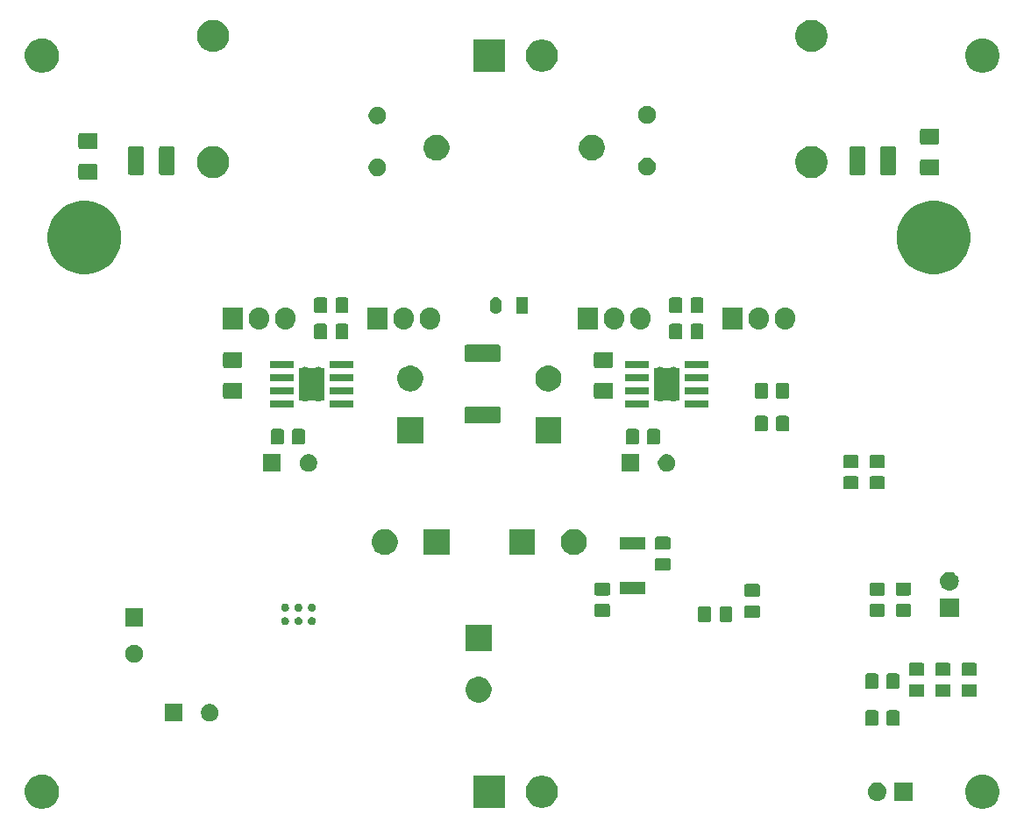
<source format=gbr>
G04 #@! TF.GenerationSoftware,KiCad,Pcbnew,5.0.2+dfsg1-1*
G04 #@! TF.CreationDate,2019-07-14T15:39:51+02:00*
G04 #@! TF.ProjectId,classD,636c6173-7344-42e6-9b69-6361645f7063,1.0*
G04 #@! TF.SameCoordinates,Original*
G04 #@! TF.FileFunction,Soldermask,Bot*
G04 #@! TF.FilePolarity,Negative*
%FSLAX46Y46*%
G04 Gerber Fmt 4.6, Leading zero omitted, Abs format (unit mm)*
G04 Created by KiCad (PCBNEW 5.0.2+dfsg1-1) date So 14 Jul 2019 15:39:51 CEST*
%MOMM*%
%LPD*%
G01*
G04 APERTURE LIST*
%ADD10C,0.100000*%
G04 APERTURE END LIST*
D10*
G36*
X226435256Y-106341298D02*
X226541579Y-106362447D01*
X226842042Y-106486903D01*
X226974668Y-106575521D01*
X227112454Y-106667587D01*
X227342413Y-106897546D01*
X227342415Y-106897549D01*
X227452323Y-107062037D01*
X227523098Y-107167960D01*
X227542718Y-107215328D01*
X227647553Y-107468421D01*
X227711000Y-107787391D01*
X227711000Y-108112609D01*
X227647553Y-108431579D01*
X227581856Y-108590185D01*
X227542718Y-108684674D01*
X227523097Y-108732042D01*
X227385009Y-108938705D01*
X227342413Y-109002454D01*
X227112454Y-109232413D01*
X227112451Y-109232415D01*
X226842042Y-109413097D01*
X226541579Y-109537553D01*
X226435256Y-109558702D01*
X226222611Y-109601000D01*
X225897389Y-109601000D01*
X225684744Y-109558702D01*
X225578421Y-109537553D01*
X225277958Y-109413097D01*
X225007549Y-109232415D01*
X225007546Y-109232413D01*
X224777587Y-109002454D01*
X224734991Y-108938705D01*
X224596903Y-108732042D01*
X224577283Y-108684674D01*
X224538144Y-108590185D01*
X224472447Y-108431579D01*
X224409000Y-108112609D01*
X224409000Y-107787391D01*
X224472447Y-107468421D01*
X224577282Y-107215328D01*
X224596902Y-107167960D01*
X224667678Y-107062037D01*
X224777585Y-106897549D01*
X224777587Y-106897546D01*
X225007546Y-106667587D01*
X225145332Y-106575521D01*
X225277958Y-106486903D01*
X225578421Y-106362447D01*
X225684744Y-106341298D01*
X225897389Y-106299000D01*
X226222611Y-106299000D01*
X226435256Y-106341298D01*
X226435256Y-106341298D01*
G37*
G36*
X135630256Y-106341298D02*
X135736579Y-106362447D01*
X136037042Y-106486903D01*
X136169668Y-106575521D01*
X136307454Y-106667587D01*
X136537413Y-106897546D01*
X136537415Y-106897549D01*
X136647323Y-107062037D01*
X136718098Y-107167960D01*
X136737718Y-107215328D01*
X136842553Y-107468421D01*
X136906000Y-107787391D01*
X136906000Y-108112609D01*
X136842553Y-108431579D01*
X136776856Y-108590185D01*
X136737718Y-108684674D01*
X136718097Y-108732042D01*
X136580009Y-108938705D01*
X136537413Y-109002454D01*
X136307454Y-109232413D01*
X136307451Y-109232415D01*
X136037042Y-109413097D01*
X135736579Y-109537553D01*
X135630256Y-109558702D01*
X135417611Y-109601000D01*
X135092389Y-109601000D01*
X134879744Y-109558702D01*
X134773421Y-109537553D01*
X134472958Y-109413097D01*
X134202549Y-109232415D01*
X134202546Y-109232413D01*
X133972587Y-109002454D01*
X133929991Y-108938705D01*
X133791903Y-108732042D01*
X133772283Y-108684674D01*
X133733144Y-108590185D01*
X133667447Y-108431579D01*
X133604000Y-108112609D01*
X133604000Y-107787391D01*
X133667447Y-107468421D01*
X133772282Y-107215328D01*
X133791902Y-107167960D01*
X133862678Y-107062037D01*
X133972585Y-106897549D01*
X133972587Y-106897546D01*
X134202546Y-106667587D01*
X134340332Y-106575521D01*
X134472958Y-106486903D01*
X134773421Y-106362447D01*
X134879744Y-106341298D01*
X135092389Y-106299000D01*
X135417611Y-106299000D01*
X135630256Y-106341298D01*
X135630256Y-106341298D01*
G37*
G36*
X183867527Y-106438736D02*
X183967410Y-106458604D01*
X184249674Y-106575521D01*
X184503705Y-106745259D01*
X184719741Y-106961295D01*
X184889479Y-107215326D01*
X185006396Y-107497590D01*
X185066000Y-107797240D01*
X185066000Y-108102760D01*
X185006396Y-108402410D01*
X184889479Y-108684674D01*
X184719741Y-108938705D01*
X184503705Y-109154741D01*
X184249674Y-109324479D01*
X183967410Y-109441396D01*
X183867527Y-109461264D01*
X183667762Y-109501000D01*
X183362238Y-109501000D01*
X183162473Y-109461264D01*
X183062590Y-109441396D01*
X182780326Y-109324479D01*
X182526295Y-109154741D01*
X182310259Y-108938705D01*
X182140521Y-108684674D01*
X182023604Y-108402410D01*
X181964000Y-108102760D01*
X181964000Y-107797240D01*
X182023604Y-107497590D01*
X182140521Y-107215326D01*
X182310259Y-106961295D01*
X182526295Y-106745259D01*
X182780326Y-106575521D01*
X183062590Y-106458604D01*
X183162473Y-106438736D01*
X183362238Y-106399000D01*
X183667762Y-106399000D01*
X183867527Y-106438736D01*
X183867527Y-106438736D01*
G37*
G36*
X179986000Y-109501000D02*
X176884000Y-109501000D01*
X176884000Y-106399000D01*
X179986000Y-106399000D01*
X179986000Y-109501000D01*
X179986000Y-109501000D01*
G37*
G36*
X216010442Y-107055518D02*
X216076627Y-107062037D01*
X216189853Y-107096384D01*
X216246467Y-107113557D01*
X216348246Y-107167960D01*
X216402991Y-107197222D01*
X216425053Y-107215328D01*
X216540186Y-107309814D01*
X216623448Y-107411271D01*
X216652778Y-107447009D01*
X216652779Y-107447011D01*
X216736443Y-107603533D01*
X216736443Y-107603534D01*
X216787963Y-107773373D01*
X216805359Y-107950000D01*
X216787963Y-108126627D01*
X216753616Y-108239853D01*
X216736443Y-108296467D01*
X216679815Y-108402409D01*
X216652778Y-108452991D01*
X216623448Y-108488729D01*
X216540186Y-108590186D01*
X216438729Y-108673448D01*
X216402991Y-108702778D01*
X216402989Y-108702779D01*
X216246467Y-108786443D01*
X216189853Y-108803616D01*
X216076627Y-108837963D01*
X216010442Y-108844482D01*
X215944260Y-108851000D01*
X215855740Y-108851000D01*
X215789558Y-108844482D01*
X215723373Y-108837963D01*
X215610147Y-108803616D01*
X215553533Y-108786443D01*
X215397011Y-108702779D01*
X215397009Y-108702778D01*
X215361271Y-108673448D01*
X215259814Y-108590186D01*
X215176552Y-108488729D01*
X215147222Y-108452991D01*
X215120185Y-108402409D01*
X215063557Y-108296467D01*
X215046384Y-108239853D01*
X215012037Y-108126627D01*
X214994641Y-107950000D01*
X215012037Y-107773373D01*
X215063557Y-107603534D01*
X215063557Y-107603533D01*
X215147221Y-107447011D01*
X215147222Y-107447009D01*
X215176552Y-107411271D01*
X215259814Y-107309814D01*
X215374947Y-107215328D01*
X215397009Y-107197222D01*
X215451754Y-107167960D01*
X215553533Y-107113557D01*
X215610147Y-107096384D01*
X215723373Y-107062037D01*
X215789558Y-107055518D01*
X215855740Y-107049000D01*
X215944260Y-107049000D01*
X216010442Y-107055518D01*
X216010442Y-107055518D01*
G37*
G36*
X219341000Y-108851000D02*
X217539000Y-108851000D01*
X217539000Y-107049000D01*
X219341000Y-107049000D01*
X219341000Y-108851000D01*
X219341000Y-108851000D01*
G37*
G36*
X217896677Y-100091465D02*
X217934364Y-100102898D01*
X217969103Y-100121466D01*
X217999548Y-100146452D01*
X218024534Y-100176897D01*
X218043102Y-100211636D01*
X218054535Y-100249323D01*
X218059000Y-100294661D01*
X218059000Y-101381339D01*
X218054535Y-101426677D01*
X218043102Y-101464364D01*
X218024534Y-101499103D01*
X217999548Y-101529548D01*
X217969103Y-101554534D01*
X217934364Y-101573102D01*
X217896677Y-101584535D01*
X217851339Y-101589000D01*
X217014661Y-101589000D01*
X216969323Y-101584535D01*
X216931636Y-101573102D01*
X216896897Y-101554534D01*
X216866452Y-101529548D01*
X216841466Y-101499103D01*
X216822898Y-101464364D01*
X216811465Y-101426677D01*
X216807000Y-101381339D01*
X216807000Y-100294661D01*
X216811465Y-100249323D01*
X216822898Y-100211636D01*
X216841466Y-100176897D01*
X216866452Y-100146452D01*
X216896897Y-100121466D01*
X216931636Y-100102898D01*
X216969323Y-100091465D01*
X217014661Y-100087000D01*
X217851339Y-100087000D01*
X217896677Y-100091465D01*
X217896677Y-100091465D01*
G37*
G36*
X215846677Y-100091465D02*
X215884364Y-100102898D01*
X215919103Y-100121466D01*
X215949548Y-100146452D01*
X215974534Y-100176897D01*
X215993102Y-100211636D01*
X216004535Y-100249323D01*
X216009000Y-100294661D01*
X216009000Y-101381339D01*
X216004535Y-101426677D01*
X215993102Y-101464364D01*
X215974534Y-101499103D01*
X215949548Y-101529548D01*
X215919103Y-101554534D01*
X215884364Y-101573102D01*
X215846677Y-101584535D01*
X215801339Y-101589000D01*
X214964661Y-101589000D01*
X214919323Y-101584535D01*
X214881636Y-101573102D01*
X214846897Y-101554534D01*
X214816452Y-101529548D01*
X214791466Y-101499103D01*
X214772898Y-101464364D01*
X214761465Y-101426677D01*
X214757000Y-101381339D01*
X214757000Y-100294661D01*
X214761465Y-100249323D01*
X214772898Y-100211636D01*
X214791466Y-100176897D01*
X214816452Y-100146452D01*
X214846897Y-100121466D01*
X214881636Y-100102898D01*
X214919323Y-100091465D01*
X214964661Y-100087000D01*
X215801339Y-100087000D01*
X215846677Y-100091465D01*
X215846677Y-100091465D01*
G37*
G36*
X151703228Y-99511703D02*
X151858100Y-99575853D01*
X151997481Y-99668985D01*
X152116015Y-99787519D01*
X152209147Y-99926900D01*
X152273297Y-100081772D01*
X152306000Y-100246184D01*
X152306000Y-100413816D01*
X152273297Y-100578228D01*
X152209147Y-100733100D01*
X152116015Y-100872481D01*
X151997481Y-100991015D01*
X151858100Y-101084147D01*
X151703228Y-101148297D01*
X151538816Y-101181000D01*
X151371184Y-101181000D01*
X151206772Y-101148297D01*
X151051900Y-101084147D01*
X150912519Y-100991015D01*
X150793985Y-100872481D01*
X150700853Y-100733100D01*
X150636703Y-100578228D01*
X150604000Y-100413816D01*
X150604000Y-100246184D01*
X150636703Y-100081772D01*
X150700853Y-99926900D01*
X150793985Y-99787519D01*
X150912519Y-99668985D01*
X151051900Y-99575853D01*
X151206772Y-99511703D01*
X151371184Y-99479000D01*
X151538816Y-99479000D01*
X151703228Y-99511703D01*
X151703228Y-99511703D01*
G37*
G36*
X148806000Y-101181000D02*
X147104000Y-101181000D01*
X147104000Y-99479000D01*
X148806000Y-99479000D01*
X148806000Y-101181000D01*
X148806000Y-101181000D01*
G37*
G36*
X177602635Y-96852019D02*
X177783903Y-96888075D01*
X178011571Y-96982378D01*
X178215542Y-97118668D01*
X178216469Y-97119287D01*
X178390713Y-97293531D01*
X178390715Y-97293534D01*
X178527622Y-97498429D01*
X178621925Y-97726097D01*
X178670000Y-97967787D01*
X178670000Y-98214213D01*
X178621925Y-98455903D01*
X178527622Y-98683571D01*
X178445817Y-98806000D01*
X178390713Y-98888469D01*
X178216469Y-99062713D01*
X178216466Y-99062715D01*
X178011571Y-99199622D01*
X177783903Y-99293925D01*
X177602635Y-99329981D01*
X177542214Y-99342000D01*
X177295786Y-99342000D01*
X177235365Y-99329981D01*
X177054097Y-99293925D01*
X176826429Y-99199622D01*
X176621534Y-99062715D01*
X176621531Y-99062713D01*
X176447287Y-98888469D01*
X176392183Y-98806000D01*
X176310378Y-98683571D01*
X176216075Y-98455903D01*
X176168000Y-98214213D01*
X176168000Y-97967787D01*
X176216075Y-97726097D01*
X176310378Y-97498429D01*
X176447285Y-97293534D01*
X176447287Y-97293531D01*
X176621531Y-97119287D01*
X176622458Y-97118668D01*
X176826429Y-96982378D01*
X177054097Y-96888075D01*
X177235364Y-96852019D01*
X177295786Y-96840000D01*
X177542214Y-96840000D01*
X177602635Y-96852019D01*
X177602635Y-96852019D01*
G37*
G36*
X222838677Y-97558465D02*
X222876364Y-97569898D01*
X222911103Y-97588466D01*
X222941548Y-97613452D01*
X222966534Y-97643897D01*
X222985102Y-97678636D01*
X222996535Y-97716323D01*
X223001000Y-97761661D01*
X223001000Y-98598339D01*
X222996535Y-98643677D01*
X222985102Y-98681364D01*
X222966534Y-98716103D01*
X222941548Y-98746548D01*
X222911103Y-98771534D01*
X222876364Y-98790102D01*
X222838677Y-98801535D01*
X222793339Y-98806000D01*
X221706661Y-98806000D01*
X221661323Y-98801535D01*
X221623636Y-98790102D01*
X221588897Y-98771534D01*
X221558452Y-98746548D01*
X221533466Y-98716103D01*
X221514898Y-98681364D01*
X221503465Y-98643677D01*
X221499000Y-98598339D01*
X221499000Y-97761661D01*
X221503465Y-97716323D01*
X221514898Y-97678636D01*
X221533466Y-97643897D01*
X221558452Y-97613452D01*
X221588897Y-97588466D01*
X221623636Y-97569898D01*
X221661323Y-97558465D01*
X221706661Y-97554000D01*
X222793339Y-97554000D01*
X222838677Y-97558465D01*
X222838677Y-97558465D01*
G37*
G36*
X220298677Y-97558465D02*
X220336364Y-97569898D01*
X220371103Y-97588466D01*
X220401548Y-97613452D01*
X220426534Y-97643897D01*
X220445102Y-97678636D01*
X220456535Y-97716323D01*
X220461000Y-97761661D01*
X220461000Y-98598339D01*
X220456535Y-98643677D01*
X220445102Y-98681364D01*
X220426534Y-98716103D01*
X220401548Y-98746548D01*
X220371103Y-98771534D01*
X220336364Y-98790102D01*
X220298677Y-98801535D01*
X220253339Y-98806000D01*
X219166661Y-98806000D01*
X219121323Y-98801535D01*
X219083636Y-98790102D01*
X219048897Y-98771534D01*
X219018452Y-98746548D01*
X218993466Y-98716103D01*
X218974898Y-98681364D01*
X218963465Y-98643677D01*
X218959000Y-98598339D01*
X218959000Y-97761661D01*
X218963465Y-97716323D01*
X218974898Y-97678636D01*
X218993466Y-97643897D01*
X219018452Y-97613452D01*
X219048897Y-97588466D01*
X219083636Y-97569898D01*
X219121323Y-97558465D01*
X219166661Y-97554000D01*
X220253339Y-97554000D01*
X220298677Y-97558465D01*
X220298677Y-97558465D01*
G37*
G36*
X225378677Y-97558465D02*
X225416364Y-97569898D01*
X225451103Y-97588466D01*
X225481548Y-97613452D01*
X225506534Y-97643897D01*
X225525102Y-97678636D01*
X225536535Y-97716323D01*
X225541000Y-97761661D01*
X225541000Y-98598339D01*
X225536535Y-98643677D01*
X225525102Y-98681364D01*
X225506534Y-98716103D01*
X225481548Y-98746548D01*
X225451103Y-98771534D01*
X225416364Y-98790102D01*
X225378677Y-98801535D01*
X225333339Y-98806000D01*
X224246661Y-98806000D01*
X224201323Y-98801535D01*
X224163636Y-98790102D01*
X224128897Y-98771534D01*
X224098452Y-98746548D01*
X224073466Y-98716103D01*
X224054898Y-98681364D01*
X224043465Y-98643677D01*
X224039000Y-98598339D01*
X224039000Y-97761661D01*
X224043465Y-97716323D01*
X224054898Y-97678636D01*
X224073466Y-97643897D01*
X224098452Y-97613452D01*
X224128897Y-97588466D01*
X224163636Y-97569898D01*
X224201323Y-97558465D01*
X224246661Y-97554000D01*
X225333339Y-97554000D01*
X225378677Y-97558465D01*
X225378677Y-97558465D01*
G37*
G36*
X217887677Y-96535465D02*
X217925364Y-96546898D01*
X217960103Y-96565466D01*
X217990548Y-96590452D01*
X218015534Y-96620897D01*
X218034102Y-96655636D01*
X218045535Y-96693323D01*
X218050000Y-96738661D01*
X218050000Y-97825339D01*
X218045535Y-97870677D01*
X218034102Y-97908364D01*
X218015534Y-97943103D01*
X217990548Y-97973548D01*
X217960103Y-97998534D01*
X217925364Y-98017102D01*
X217887677Y-98028535D01*
X217842339Y-98033000D01*
X217005661Y-98033000D01*
X216960323Y-98028535D01*
X216922636Y-98017102D01*
X216887897Y-97998534D01*
X216857452Y-97973548D01*
X216832466Y-97943103D01*
X216813898Y-97908364D01*
X216802465Y-97870677D01*
X216798000Y-97825339D01*
X216798000Y-96738661D01*
X216802465Y-96693323D01*
X216813898Y-96655636D01*
X216832466Y-96620897D01*
X216857452Y-96590452D01*
X216887897Y-96565466D01*
X216922636Y-96546898D01*
X216960323Y-96535465D01*
X217005661Y-96531000D01*
X217842339Y-96531000D01*
X217887677Y-96535465D01*
X217887677Y-96535465D01*
G37*
G36*
X215837677Y-96535465D02*
X215875364Y-96546898D01*
X215910103Y-96565466D01*
X215940548Y-96590452D01*
X215965534Y-96620897D01*
X215984102Y-96655636D01*
X215995535Y-96693323D01*
X216000000Y-96738661D01*
X216000000Y-97825339D01*
X215995535Y-97870677D01*
X215984102Y-97908364D01*
X215965534Y-97943103D01*
X215940548Y-97973548D01*
X215910103Y-97998534D01*
X215875364Y-98017102D01*
X215837677Y-98028535D01*
X215792339Y-98033000D01*
X214955661Y-98033000D01*
X214910323Y-98028535D01*
X214872636Y-98017102D01*
X214837897Y-97998534D01*
X214807452Y-97973548D01*
X214782466Y-97943103D01*
X214763898Y-97908364D01*
X214752465Y-97870677D01*
X214748000Y-97825339D01*
X214748000Y-96738661D01*
X214752465Y-96693323D01*
X214763898Y-96655636D01*
X214782466Y-96620897D01*
X214807452Y-96590452D01*
X214837897Y-96565466D01*
X214872636Y-96546898D01*
X214910323Y-96535465D01*
X214955661Y-96531000D01*
X215792339Y-96531000D01*
X215837677Y-96535465D01*
X215837677Y-96535465D01*
G37*
G36*
X220298677Y-95508465D02*
X220336364Y-95519898D01*
X220371103Y-95538466D01*
X220401548Y-95563452D01*
X220426534Y-95593897D01*
X220445102Y-95628636D01*
X220456535Y-95666323D01*
X220461000Y-95711661D01*
X220461000Y-96548339D01*
X220456535Y-96593677D01*
X220445102Y-96631364D01*
X220426534Y-96666103D01*
X220401548Y-96696548D01*
X220371103Y-96721534D01*
X220336364Y-96740102D01*
X220298677Y-96751535D01*
X220253339Y-96756000D01*
X219166661Y-96756000D01*
X219121323Y-96751535D01*
X219083636Y-96740102D01*
X219048897Y-96721534D01*
X219018452Y-96696548D01*
X218993466Y-96666103D01*
X218974898Y-96631364D01*
X218963465Y-96593677D01*
X218959000Y-96548339D01*
X218959000Y-95711661D01*
X218963465Y-95666323D01*
X218974898Y-95628636D01*
X218993466Y-95593897D01*
X219018452Y-95563452D01*
X219048897Y-95538466D01*
X219083636Y-95519898D01*
X219121323Y-95508465D01*
X219166661Y-95504000D01*
X220253339Y-95504000D01*
X220298677Y-95508465D01*
X220298677Y-95508465D01*
G37*
G36*
X222838677Y-95508465D02*
X222876364Y-95519898D01*
X222911103Y-95538466D01*
X222941548Y-95563452D01*
X222966534Y-95593897D01*
X222985102Y-95628636D01*
X222996535Y-95666323D01*
X223001000Y-95711661D01*
X223001000Y-96548339D01*
X222996535Y-96593677D01*
X222985102Y-96631364D01*
X222966534Y-96666103D01*
X222941548Y-96696548D01*
X222911103Y-96721534D01*
X222876364Y-96740102D01*
X222838677Y-96751535D01*
X222793339Y-96756000D01*
X221706661Y-96756000D01*
X221661323Y-96751535D01*
X221623636Y-96740102D01*
X221588897Y-96721534D01*
X221558452Y-96696548D01*
X221533466Y-96666103D01*
X221514898Y-96631364D01*
X221503465Y-96593677D01*
X221499000Y-96548339D01*
X221499000Y-95711661D01*
X221503465Y-95666323D01*
X221514898Y-95628636D01*
X221533466Y-95593897D01*
X221558452Y-95563452D01*
X221588897Y-95538466D01*
X221623636Y-95519898D01*
X221661323Y-95508465D01*
X221706661Y-95504000D01*
X222793339Y-95504000D01*
X222838677Y-95508465D01*
X222838677Y-95508465D01*
G37*
G36*
X225378677Y-95508465D02*
X225416364Y-95519898D01*
X225451103Y-95538466D01*
X225481548Y-95563452D01*
X225506534Y-95593897D01*
X225525102Y-95628636D01*
X225536535Y-95666323D01*
X225541000Y-95711661D01*
X225541000Y-96548339D01*
X225536535Y-96593677D01*
X225525102Y-96631364D01*
X225506534Y-96666103D01*
X225481548Y-96696548D01*
X225451103Y-96721534D01*
X225416364Y-96740102D01*
X225378677Y-96751535D01*
X225333339Y-96756000D01*
X224246661Y-96756000D01*
X224201323Y-96751535D01*
X224163636Y-96740102D01*
X224128897Y-96721534D01*
X224098452Y-96696548D01*
X224073466Y-96666103D01*
X224054898Y-96631364D01*
X224043465Y-96593677D01*
X224039000Y-96548339D01*
X224039000Y-95711661D01*
X224043465Y-95666323D01*
X224054898Y-95628636D01*
X224073466Y-95593897D01*
X224098452Y-95563452D01*
X224128897Y-95538466D01*
X224163636Y-95519898D01*
X224201323Y-95508465D01*
X224246661Y-95504000D01*
X225333339Y-95504000D01*
X225378677Y-95508465D01*
X225378677Y-95508465D01*
G37*
G36*
X144393228Y-93796703D02*
X144548100Y-93860853D01*
X144687481Y-93953985D01*
X144806015Y-94072519D01*
X144899147Y-94211900D01*
X144963297Y-94366772D01*
X144996000Y-94531184D01*
X144996000Y-94698816D01*
X144963297Y-94863228D01*
X144899147Y-95018100D01*
X144806015Y-95157481D01*
X144687481Y-95276015D01*
X144548100Y-95369147D01*
X144393228Y-95433297D01*
X144228816Y-95466000D01*
X144061184Y-95466000D01*
X143896772Y-95433297D01*
X143741900Y-95369147D01*
X143602519Y-95276015D01*
X143483985Y-95157481D01*
X143390853Y-95018100D01*
X143326703Y-94863228D01*
X143294000Y-94698816D01*
X143294000Y-94531184D01*
X143326703Y-94366772D01*
X143390853Y-94211900D01*
X143483985Y-94072519D01*
X143602519Y-93953985D01*
X143741900Y-93860853D01*
X143896772Y-93796703D01*
X144061184Y-93764000D01*
X144228816Y-93764000D01*
X144393228Y-93796703D01*
X144393228Y-93796703D01*
G37*
G36*
X178670000Y-94342000D02*
X176168000Y-94342000D01*
X176168000Y-91840000D01*
X178670000Y-91840000D01*
X178670000Y-94342000D01*
X178670000Y-94342000D01*
G37*
G36*
X144996000Y-91966000D02*
X143294000Y-91966000D01*
X143294000Y-90264000D01*
X144996000Y-90264000D01*
X144996000Y-91966000D01*
X144996000Y-91966000D01*
G37*
G36*
X161395109Y-91077397D02*
X161432300Y-91084795D01*
X161502366Y-91113817D01*
X161502367Y-91113818D01*
X161565426Y-91155953D01*
X161619047Y-91209574D01*
X161619049Y-91209577D01*
X161661183Y-91272634D01*
X161690205Y-91342700D01*
X161697603Y-91379891D01*
X161705000Y-91417079D01*
X161705000Y-91492921D01*
X161699308Y-91521534D01*
X161690205Y-91567300D01*
X161661183Y-91637366D01*
X161661182Y-91637367D01*
X161619047Y-91700426D01*
X161565426Y-91754047D01*
X161565423Y-91754049D01*
X161502366Y-91796183D01*
X161432300Y-91825205D01*
X161395109Y-91832603D01*
X161357921Y-91840000D01*
X161282079Y-91840000D01*
X161244890Y-91832602D01*
X161207700Y-91825205D01*
X161137634Y-91796183D01*
X161074577Y-91754049D01*
X161074574Y-91754047D01*
X161020953Y-91700426D01*
X160978818Y-91637367D01*
X160978817Y-91637366D01*
X160949795Y-91567300D01*
X160940692Y-91521534D01*
X160935000Y-91492921D01*
X160935000Y-91417079D01*
X160942397Y-91379891D01*
X160949795Y-91342700D01*
X160978817Y-91272634D01*
X161020951Y-91209577D01*
X161020953Y-91209574D01*
X161074574Y-91155953D01*
X161137633Y-91113818D01*
X161137634Y-91113817D01*
X161207700Y-91084795D01*
X161244890Y-91077398D01*
X161282079Y-91070000D01*
X161357921Y-91070000D01*
X161395109Y-91077397D01*
X161395109Y-91077397D01*
G37*
G36*
X158795109Y-91077397D02*
X158832300Y-91084795D01*
X158902366Y-91113817D01*
X158902367Y-91113818D01*
X158965426Y-91155953D01*
X159019047Y-91209574D01*
X159019049Y-91209577D01*
X159061183Y-91272634D01*
X159090205Y-91342700D01*
X159097603Y-91379891D01*
X159105000Y-91417079D01*
X159105000Y-91492921D01*
X159099308Y-91521534D01*
X159090205Y-91567300D01*
X159061183Y-91637366D01*
X159061182Y-91637367D01*
X159019047Y-91700426D01*
X158965426Y-91754047D01*
X158965423Y-91754049D01*
X158902366Y-91796183D01*
X158832300Y-91825205D01*
X158795109Y-91832603D01*
X158757921Y-91840000D01*
X158682079Y-91840000D01*
X158644890Y-91832602D01*
X158607700Y-91825205D01*
X158537634Y-91796183D01*
X158474577Y-91754049D01*
X158474574Y-91754047D01*
X158420953Y-91700426D01*
X158378818Y-91637367D01*
X158378817Y-91637366D01*
X158349795Y-91567300D01*
X158340692Y-91521534D01*
X158335000Y-91492921D01*
X158335000Y-91417079D01*
X158342397Y-91379891D01*
X158349795Y-91342700D01*
X158378817Y-91272634D01*
X158420951Y-91209577D01*
X158420953Y-91209574D01*
X158474574Y-91155953D01*
X158537633Y-91113818D01*
X158537634Y-91113817D01*
X158607700Y-91084795D01*
X158644890Y-91077398D01*
X158682079Y-91070000D01*
X158757921Y-91070000D01*
X158795109Y-91077397D01*
X158795109Y-91077397D01*
G37*
G36*
X160095109Y-91077397D02*
X160132300Y-91084795D01*
X160202366Y-91113817D01*
X160202367Y-91113818D01*
X160265426Y-91155953D01*
X160319047Y-91209574D01*
X160319049Y-91209577D01*
X160361183Y-91272634D01*
X160390205Y-91342700D01*
X160397603Y-91379891D01*
X160405000Y-91417079D01*
X160405000Y-91492921D01*
X160399308Y-91521534D01*
X160390205Y-91567300D01*
X160361183Y-91637366D01*
X160361182Y-91637367D01*
X160319047Y-91700426D01*
X160265426Y-91754047D01*
X160265423Y-91754049D01*
X160202366Y-91796183D01*
X160132300Y-91825205D01*
X160095109Y-91832603D01*
X160057921Y-91840000D01*
X159982079Y-91840000D01*
X159944890Y-91832602D01*
X159907700Y-91825205D01*
X159837634Y-91796183D01*
X159774577Y-91754049D01*
X159774574Y-91754047D01*
X159720953Y-91700426D01*
X159678818Y-91637367D01*
X159678817Y-91637366D01*
X159649795Y-91567300D01*
X159640692Y-91521534D01*
X159635000Y-91492921D01*
X159635000Y-91417079D01*
X159642397Y-91379891D01*
X159649795Y-91342700D01*
X159678817Y-91272634D01*
X159720951Y-91209577D01*
X159720953Y-91209574D01*
X159774574Y-91155953D01*
X159837633Y-91113818D01*
X159837634Y-91113817D01*
X159907700Y-91084795D01*
X159944890Y-91077398D01*
X159982079Y-91070000D01*
X160057921Y-91070000D01*
X160095109Y-91077397D01*
X160095109Y-91077397D01*
G37*
G36*
X199708677Y-90058465D02*
X199746364Y-90069898D01*
X199781103Y-90088466D01*
X199811548Y-90113452D01*
X199836534Y-90143897D01*
X199855102Y-90178636D01*
X199866535Y-90216323D01*
X199871000Y-90261661D01*
X199871000Y-91348339D01*
X199866535Y-91393677D01*
X199855102Y-91431364D01*
X199836534Y-91466103D01*
X199811548Y-91496548D01*
X199781103Y-91521534D01*
X199746364Y-91540102D01*
X199708677Y-91551535D01*
X199663339Y-91556000D01*
X198826661Y-91556000D01*
X198781323Y-91551535D01*
X198743636Y-91540102D01*
X198708897Y-91521534D01*
X198678452Y-91496548D01*
X198653466Y-91466103D01*
X198634898Y-91431364D01*
X198623465Y-91393677D01*
X198619000Y-91348339D01*
X198619000Y-90261661D01*
X198623465Y-90216323D01*
X198634898Y-90178636D01*
X198653466Y-90143897D01*
X198678452Y-90113452D01*
X198708897Y-90088466D01*
X198743636Y-90069898D01*
X198781323Y-90058465D01*
X198826661Y-90054000D01*
X199663339Y-90054000D01*
X199708677Y-90058465D01*
X199708677Y-90058465D01*
G37*
G36*
X201758677Y-90058465D02*
X201796364Y-90069898D01*
X201831103Y-90088466D01*
X201861548Y-90113452D01*
X201886534Y-90143897D01*
X201905102Y-90178636D01*
X201916535Y-90216323D01*
X201921000Y-90261661D01*
X201921000Y-91348339D01*
X201916535Y-91393677D01*
X201905102Y-91431364D01*
X201886534Y-91466103D01*
X201861548Y-91496548D01*
X201831103Y-91521534D01*
X201796364Y-91540102D01*
X201758677Y-91551535D01*
X201713339Y-91556000D01*
X200876661Y-91556000D01*
X200831323Y-91551535D01*
X200793636Y-91540102D01*
X200758897Y-91521534D01*
X200728452Y-91496548D01*
X200703466Y-91466103D01*
X200684898Y-91431364D01*
X200673465Y-91393677D01*
X200669000Y-91348339D01*
X200669000Y-90261661D01*
X200673465Y-90216323D01*
X200684898Y-90178636D01*
X200703466Y-90143897D01*
X200728452Y-90113452D01*
X200758897Y-90088466D01*
X200793636Y-90069898D01*
X200831323Y-90058465D01*
X200876661Y-90054000D01*
X201713339Y-90054000D01*
X201758677Y-90058465D01*
X201758677Y-90058465D01*
G37*
G36*
X204423677Y-89938465D02*
X204461364Y-89949898D01*
X204496103Y-89968466D01*
X204526548Y-89993452D01*
X204551534Y-90023897D01*
X204570102Y-90058636D01*
X204581535Y-90096323D01*
X204586000Y-90141661D01*
X204586000Y-90978339D01*
X204581535Y-91023677D01*
X204570102Y-91061364D01*
X204551534Y-91096103D01*
X204526548Y-91126548D01*
X204496103Y-91151534D01*
X204461364Y-91170102D01*
X204423677Y-91181535D01*
X204378339Y-91186000D01*
X203291661Y-91186000D01*
X203246323Y-91181535D01*
X203208636Y-91170102D01*
X203173897Y-91151534D01*
X203143452Y-91126548D01*
X203118466Y-91096103D01*
X203099898Y-91061364D01*
X203088465Y-91023677D01*
X203084000Y-90978339D01*
X203084000Y-90141661D01*
X203088465Y-90096323D01*
X203099898Y-90058636D01*
X203118466Y-90023897D01*
X203143452Y-89993452D01*
X203173897Y-89968466D01*
X203208636Y-89949898D01*
X203246323Y-89938465D01*
X203291661Y-89934000D01*
X204378339Y-89934000D01*
X204423677Y-89938465D01*
X204423677Y-89938465D01*
G37*
G36*
X223786000Y-91071000D02*
X221984000Y-91071000D01*
X221984000Y-89269000D01*
X223786000Y-89269000D01*
X223786000Y-91071000D01*
X223786000Y-91071000D01*
G37*
G36*
X189945677Y-89811465D02*
X189983364Y-89822898D01*
X190018103Y-89841466D01*
X190048548Y-89866452D01*
X190073534Y-89896897D01*
X190092102Y-89931636D01*
X190103535Y-89969323D01*
X190108000Y-90014661D01*
X190108000Y-90851339D01*
X190103535Y-90896677D01*
X190092102Y-90934364D01*
X190073534Y-90969103D01*
X190048548Y-90999548D01*
X190018103Y-91024534D01*
X189983364Y-91043102D01*
X189945677Y-91054535D01*
X189900339Y-91059000D01*
X188813661Y-91059000D01*
X188768323Y-91054535D01*
X188730636Y-91043102D01*
X188695897Y-91024534D01*
X188665452Y-90999548D01*
X188640466Y-90969103D01*
X188621898Y-90934364D01*
X188610465Y-90896677D01*
X188606000Y-90851339D01*
X188606000Y-90014661D01*
X188610465Y-89969323D01*
X188621898Y-89931636D01*
X188640466Y-89896897D01*
X188665452Y-89866452D01*
X188695897Y-89841466D01*
X188730636Y-89822898D01*
X188768323Y-89811465D01*
X188813661Y-89807000D01*
X189900339Y-89807000D01*
X189945677Y-89811465D01*
X189945677Y-89811465D01*
G37*
G36*
X216488677Y-89811465D02*
X216526364Y-89822898D01*
X216561103Y-89841466D01*
X216591548Y-89866452D01*
X216616534Y-89896897D01*
X216635102Y-89931636D01*
X216646535Y-89969323D01*
X216651000Y-90014661D01*
X216651000Y-90851339D01*
X216646535Y-90896677D01*
X216635102Y-90934364D01*
X216616534Y-90969103D01*
X216591548Y-90999548D01*
X216561103Y-91024534D01*
X216526364Y-91043102D01*
X216488677Y-91054535D01*
X216443339Y-91059000D01*
X215356661Y-91059000D01*
X215311323Y-91054535D01*
X215273636Y-91043102D01*
X215238897Y-91024534D01*
X215208452Y-90999548D01*
X215183466Y-90969103D01*
X215164898Y-90934364D01*
X215153465Y-90896677D01*
X215149000Y-90851339D01*
X215149000Y-90014661D01*
X215153465Y-89969323D01*
X215164898Y-89931636D01*
X215183466Y-89896897D01*
X215208452Y-89866452D01*
X215238897Y-89841466D01*
X215273636Y-89822898D01*
X215311323Y-89811465D01*
X215356661Y-89807000D01*
X216443339Y-89807000D01*
X216488677Y-89811465D01*
X216488677Y-89811465D01*
G37*
G36*
X219028677Y-89802465D02*
X219066364Y-89813898D01*
X219101103Y-89832466D01*
X219131548Y-89857452D01*
X219156534Y-89887897D01*
X219175102Y-89922636D01*
X219186535Y-89960323D01*
X219191000Y-90005661D01*
X219191000Y-90842339D01*
X219186535Y-90887677D01*
X219175102Y-90925364D01*
X219156534Y-90960103D01*
X219131548Y-90990548D01*
X219101103Y-91015534D01*
X219066364Y-91034102D01*
X219028677Y-91045535D01*
X218983339Y-91050000D01*
X217896661Y-91050000D01*
X217851323Y-91045535D01*
X217813636Y-91034102D01*
X217778897Y-91015534D01*
X217748452Y-90990548D01*
X217723466Y-90960103D01*
X217704898Y-90925364D01*
X217693465Y-90887677D01*
X217689000Y-90842339D01*
X217689000Y-90005661D01*
X217693465Y-89960323D01*
X217704898Y-89922636D01*
X217723466Y-89887897D01*
X217748452Y-89857452D01*
X217778897Y-89832466D01*
X217813636Y-89813898D01*
X217851323Y-89802465D01*
X217896661Y-89798000D01*
X218983339Y-89798000D01*
X219028677Y-89802465D01*
X219028677Y-89802465D01*
G37*
G36*
X160095110Y-89777398D02*
X160132300Y-89784795D01*
X160202366Y-89813817D01*
X160243745Y-89841466D01*
X160265426Y-89855953D01*
X160319047Y-89909574D01*
X160319049Y-89909577D01*
X160361183Y-89972634D01*
X160390205Y-90042700D01*
X160392644Y-90054962D01*
X160404279Y-90113452D01*
X160405000Y-90117081D01*
X160405000Y-90192919D01*
X160390205Y-90267300D01*
X160361183Y-90337366D01*
X160361182Y-90337367D01*
X160319047Y-90400426D01*
X160265426Y-90454047D01*
X160265423Y-90454049D01*
X160202366Y-90496183D01*
X160132300Y-90525205D01*
X160095109Y-90532603D01*
X160057921Y-90540000D01*
X159982079Y-90540000D01*
X159944891Y-90532603D01*
X159907700Y-90525205D01*
X159837634Y-90496183D01*
X159774577Y-90454049D01*
X159774574Y-90454047D01*
X159720953Y-90400426D01*
X159678818Y-90337367D01*
X159678817Y-90337366D01*
X159649795Y-90267300D01*
X159635000Y-90192919D01*
X159635000Y-90117081D01*
X159635722Y-90113452D01*
X159647356Y-90054962D01*
X159649795Y-90042700D01*
X159678817Y-89972634D01*
X159720951Y-89909577D01*
X159720953Y-89909574D01*
X159774574Y-89855953D01*
X159796255Y-89841466D01*
X159837634Y-89813817D01*
X159907700Y-89784795D01*
X159944891Y-89777397D01*
X159982079Y-89770000D01*
X160057921Y-89770000D01*
X160095110Y-89777398D01*
X160095110Y-89777398D01*
G37*
G36*
X161395110Y-89777398D02*
X161432300Y-89784795D01*
X161502366Y-89813817D01*
X161543745Y-89841466D01*
X161565426Y-89855953D01*
X161619047Y-89909574D01*
X161619049Y-89909577D01*
X161661183Y-89972634D01*
X161690205Y-90042700D01*
X161692644Y-90054962D01*
X161704279Y-90113452D01*
X161705000Y-90117081D01*
X161705000Y-90192919D01*
X161690205Y-90267300D01*
X161661183Y-90337366D01*
X161661182Y-90337367D01*
X161619047Y-90400426D01*
X161565426Y-90454047D01*
X161565423Y-90454049D01*
X161502366Y-90496183D01*
X161432300Y-90525205D01*
X161395109Y-90532603D01*
X161357921Y-90540000D01*
X161282079Y-90540000D01*
X161244891Y-90532603D01*
X161207700Y-90525205D01*
X161137634Y-90496183D01*
X161074577Y-90454049D01*
X161074574Y-90454047D01*
X161020953Y-90400426D01*
X160978818Y-90337367D01*
X160978817Y-90337366D01*
X160949795Y-90267300D01*
X160935000Y-90192919D01*
X160935000Y-90117081D01*
X160935722Y-90113452D01*
X160947356Y-90054962D01*
X160949795Y-90042700D01*
X160978817Y-89972634D01*
X161020951Y-89909577D01*
X161020953Y-89909574D01*
X161074574Y-89855953D01*
X161096255Y-89841466D01*
X161137634Y-89813817D01*
X161207700Y-89784795D01*
X161244891Y-89777397D01*
X161282079Y-89770000D01*
X161357921Y-89770000D01*
X161395110Y-89777398D01*
X161395110Y-89777398D01*
G37*
G36*
X158795110Y-89777398D02*
X158832300Y-89784795D01*
X158902366Y-89813817D01*
X158943745Y-89841466D01*
X158965426Y-89855953D01*
X159019047Y-89909574D01*
X159019049Y-89909577D01*
X159061183Y-89972634D01*
X159090205Y-90042700D01*
X159092644Y-90054962D01*
X159104279Y-90113452D01*
X159105000Y-90117081D01*
X159105000Y-90192919D01*
X159090205Y-90267300D01*
X159061183Y-90337366D01*
X159061182Y-90337367D01*
X159019047Y-90400426D01*
X158965426Y-90454047D01*
X158965423Y-90454049D01*
X158902366Y-90496183D01*
X158832300Y-90525205D01*
X158795109Y-90532603D01*
X158757921Y-90540000D01*
X158682079Y-90540000D01*
X158644891Y-90532603D01*
X158607700Y-90525205D01*
X158537634Y-90496183D01*
X158474577Y-90454049D01*
X158474574Y-90454047D01*
X158420953Y-90400426D01*
X158378818Y-90337367D01*
X158378817Y-90337366D01*
X158349795Y-90267300D01*
X158335000Y-90192919D01*
X158335000Y-90117081D01*
X158335722Y-90113452D01*
X158347356Y-90054962D01*
X158349795Y-90042700D01*
X158378817Y-89972634D01*
X158420951Y-89909577D01*
X158420953Y-89909574D01*
X158474574Y-89855953D01*
X158496255Y-89841466D01*
X158537634Y-89813817D01*
X158607700Y-89784795D01*
X158644891Y-89777397D01*
X158682079Y-89770000D01*
X158757921Y-89770000D01*
X158795110Y-89777398D01*
X158795110Y-89777398D01*
G37*
G36*
X204423677Y-87888465D02*
X204461364Y-87899898D01*
X204496103Y-87918466D01*
X204526548Y-87943452D01*
X204551534Y-87973897D01*
X204570102Y-88008636D01*
X204581535Y-88046323D01*
X204586000Y-88091661D01*
X204586000Y-88928339D01*
X204581535Y-88973677D01*
X204570102Y-89011364D01*
X204551534Y-89046103D01*
X204526548Y-89076548D01*
X204496103Y-89101534D01*
X204461364Y-89120102D01*
X204423677Y-89131535D01*
X204378339Y-89136000D01*
X203291661Y-89136000D01*
X203246323Y-89131535D01*
X203208636Y-89120102D01*
X203173897Y-89101534D01*
X203143452Y-89076548D01*
X203118466Y-89046103D01*
X203099898Y-89011364D01*
X203088465Y-88973677D01*
X203084000Y-88928339D01*
X203084000Y-88091661D01*
X203088465Y-88046323D01*
X203099898Y-88008636D01*
X203118466Y-87973897D01*
X203143452Y-87943452D01*
X203173897Y-87918466D01*
X203208636Y-87899898D01*
X203246323Y-87888465D01*
X203291661Y-87884000D01*
X204378339Y-87884000D01*
X204423677Y-87888465D01*
X204423677Y-87888465D01*
G37*
G36*
X189945677Y-87761465D02*
X189983364Y-87772898D01*
X190018103Y-87791466D01*
X190048548Y-87816452D01*
X190073534Y-87846897D01*
X190092102Y-87881636D01*
X190103535Y-87919323D01*
X190108000Y-87964661D01*
X190108000Y-88801339D01*
X190103535Y-88846677D01*
X190092102Y-88884364D01*
X190073534Y-88919103D01*
X190048548Y-88949548D01*
X190018103Y-88974534D01*
X189983364Y-88993102D01*
X189945677Y-89004535D01*
X189900339Y-89009000D01*
X188813661Y-89009000D01*
X188768323Y-89004535D01*
X188730636Y-88993102D01*
X188695897Y-88974534D01*
X188665452Y-88949548D01*
X188640466Y-88919103D01*
X188621898Y-88884364D01*
X188610465Y-88846677D01*
X188606000Y-88801339D01*
X188606000Y-87964661D01*
X188610465Y-87919323D01*
X188621898Y-87881636D01*
X188640466Y-87846897D01*
X188665452Y-87816452D01*
X188695897Y-87791466D01*
X188730636Y-87772898D01*
X188768323Y-87761465D01*
X188813661Y-87757000D01*
X189900339Y-87757000D01*
X189945677Y-87761465D01*
X189945677Y-87761465D01*
G37*
G36*
X216488677Y-87761465D02*
X216526364Y-87772898D01*
X216561103Y-87791466D01*
X216591548Y-87816452D01*
X216616534Y-87846897D01*
X216635102Y-87881636D01*
X216646535Y-87919323D01*
X216651000Y-87964661D01*
X216651000Y-88801339D01*
X216646535Y-88846677D01*
X216635102Y-88884364D01*
X216616534Y-88919103D01*
X216591548Y-88949548D01*
X216561103Y-88974534D01*
X216526364Y-88993102D01*
X216488677Y-89004535D01*
X216443339Y-89009000D01*
X215356661Y-89009000D01*
X215311323Y-89004535D01*
X215273636Y-88993102D01*
X215238897Y-88974534D01*
X215208452Y-88949548D01*
X215183466Y-88919103D01*
X215164898Y-88884364D01*
X215153465Y-88846677D01*
X215149000Y-88801339D01*
X215149000Y-87964661D01*
X215153465Y-87919323D01*
X215164898Y-87881636D01*
X215183466Y-87846897D01*
X215208452Y-87816452D01*
X215238897Y-87791466D01*
X215273636Y-87772898D01*
X215311323Y-87761465D01*
X215356661Y-87757000D01*
X216443339Y-87757000D01*
X216488677Y-87761465D01*
X216488677Y-87761465D01*
G37*
G36*
X219028677Y-87752465D02*
X219066364Y-87763898D01*
X219101103Y-87782466D01*
X219131548Y-87807452D01*
X219156534Y-87837897D01*
X219175102Y-87872636D01*
X219186535Y-87910323D01*
X219191000Y-87955661D01*
X219191000Y-88792339D01*
X219186535Y-88837677D01*
X219175102Y-88875364D01*
X219156534Y-88910103D01*
X219131548Y-88940548D01*
X219101103Y-88965534D01*
X219066364Y-88984102D01*
X219028677Y-88995535D01*
X218983339Y-89000000D01*
X217896661Y-89000000D01*
X217851323Y-88995535D01*
X217813636Y-88984102D01*
X217778897Y-88965534D01*
X217748452Y-88940548D01*
X217723466Y-88910103D01*
X217704898Y-88875364D01*
X217693465Y-88837677D01*
X217689000Y-88792339D01*
X217689000Y-87955661D01*
X217693465Y-87910323D01*
X217704898Y-87872636D01*
X217723466Y-87837897D01*
X217748452Y-87807452D01*
X217778897Y-87782466D01*
X217813636Y-87763898D01*
X217851323Y-87752465D01*
X217896661Y-87748000D01*
X218983339Y-87748000D01*
X219028677Y-87752465D01*
X219028677Y-87752465D01*
G37*
G36*
X193504000Y-88857000D02*
X191052000Y-88857000D01*
X191052000Y-87655000D01*
X193504000Y-87655000D01*
X193504000Y-88857000D01*
X193504000Y-88857000D01*
G37*
G36*
X222995442Y-86735518D02*
X223061627Y-86742037D01*
X223174853Y-86776384D01*
X223231467Y-86793557D01*
X223370087Y-86867652D01*
X223387991Y-86877222D01*
X223423729Y-86906552D01*
X223525186Y-86989814D01*
X223608448Y-87091271D01*
X223637778Y-87127009D01*
X223637779Y-87127011D01*
X223721443Y-87283533D01*
X223721443Y-87283534D01*
X223772963Y-87453373D01*
X223790359Y-87630000D01*
X223772963Y-87806627D01*
X223743207Y-87904718D01*
X223721443Y-87976467D01*
X223681060Y-88052017D01*
X223637778Y-88132991D01*
X223618753Y-88156173D01*
X223525186Y-88270186D01*
X223423729Y-88353448D01*
X223387991Y-88382778D01*
X223387989Y-88382779D01*
X223231467Y-88466443D01*
X223174853Y-88483616D01*
X223061627Y-88517963D01*
X222995442Y-88524482D01*
X222929260Y-88531000D01*
X222840740Y-88531000D01*
X222774558Y-88524482D01*
X222708373Y-88517963D01*
X222595147Y-88483616D01*
X222538533Y-88466443D01*
X222382011Y-88382779D01*
X222382009Y-88382778D01*
X222346271Y-88353448D01*
X222244814Y-88270186D01*
X222151247Y-88156173D01*
X222132222Y-88132991D01*
X222088940Y-88052017D01*
X222048557Y-87976467D01*
X222026793Y-87904718D01*
X221997037Y-87806627D01*
X221979641Y-87630000D01*
X221997037Y-87453373D01*
X222048557Y-87283534D01*
X222048557Y-87283533D01*
X222132221Y-87127011D01*
X222132222Y-87127009D01*
X222161552Y-87091271D01*
X222244814Y-86989814D01*
X222346271Y-86906552D01*
X222382009Y-86877222D01*
X222399913Y-86867652D01*
X222538533Y-86793557D01*
X222595147Y-86776384D01*
X222708373Y-86742037D01*
X222774558Y-86735518D01*
X222840740Y-86729000D01*
X222929260Y-86729000D01*
X222995442Y-86735518D01*
X222995442Y-86735518D01*
G37*
G36*
X195787677Y-85375465D02*
X195825364Y-85386898D01*
X195860103Y-85405466D01*
X195890548Y-85430452D01*
X195915534Y-85460897D01*
X195934102Y-85495636D01*
X195945535Y-85533323D01*
X195950000Y-85578661D01*
X195950000Y-86415339D01*
X195945535Y-86460677D01*
X195934102Y-86498364D01*
X195915534Y-86533103D01*
X195890548Y-86563548D01*
X195860103Y-86588534D01*
X195825364Y-86607102D01*
X195787677Y-86618535D01*
X195742339Y-86623000D01*
X194655661Y-86623000D01*
X194610323Y-86618535D01*
X194572636Y-86607102D01*
X194537897Y-86588534D01*
X194507452Y-86563548D01*
X194482466Y-86533103D01*
X194463898Y-86498364D01*
X194452465Y-86460677D01*
X194448000Y-86415339D01*
X194448000Y-85578661D01*
X194452465Y-85533323D01*
X194463898Y-85495636D01*
X194482466Y-85460897D01*
X194507452Y-85430452D01*
X194537897Y-85405466D01*
X194572636Y-85386898D01*
X194610323Y-85375465D01*
X194655661Y-85371000D01*
X195742339Y-85371000D01*
X195787677Y-85375465D01*
X195787677Y-85375465D01*
G37*
G36*
X186793635Y-82581019D02*
X186974903Y-82617075D01*
X187202571Y-82711378D01*
X187406542Y-82847668D01*
X187407469Y-82848287D01*
X187581713Y-83022531D01*
X187581715Y-83022534D01*
X187718622Y-83227429D01*
X187812925Y-83455097D01*
X187861000Y-83696787D01*
X187861000Y-83943213D01*
X187812925Y-84184903D01*
X187718622Y-84412571D01*
X187622117Y-84557000D01*
X187581713Y-84617469D01*
X187407469Y-84791713D01*
X187407466Y-84791715D01*
X187202571Y-84928622D01*
X186974903Y-85022925D01*
X186793635Y-85058981D01*
X186733214Y-85071000D01*
X186486786Y-85071000D01*
X186426364Y-85058981D01*
X186245097Y-85022925D01*
X186017429Y-84928622D01*
X185812534Y-84791715D01*
X185812531Y-84791713D01*
X185638287Y-84617469D01*
X185597883Y-84557000D01*
X185501378Y-84412571D01*
X185407075Y-84184903D01*
X185359000Y-83943213D01*
X185359000Y-83696787D01*
X185407075Y-83455097D01*
X185501378Y-83227429D01*
X185638285Y-83022534D01*
X185638287Y-83022531D01*
X185812531Y-82848287D01*
X185813458Y-82847668D01*
X186017429Y-82711378D01*
X186245097Y-82617075D01*
X186426365Y-82581019D01*
X186486786Y-82569000D01*
X186733214Y-82569000D01*
X186793635Y-82581019D01*
X186793635Y-82581019D01*
G37*
G36*
X182861000Y-85071000D02*
X180359000Y-85071000D01*
X180359000Y-82569000D01*
X182861000Y-82569000D01*
X182861000Y-85071000D01*
X182861000Y-85071000D01*
G37*
G36*
X168538635Y-82581019D02*
X168719903Y-82617075D01*
X168947571Y-82711378D01*
X169151542Y-82847668D01*
X169152469Y-82848287D01*
X169326713Y-83022531D01*
X169326715Y-83022534D01*
X169463622Y-83227429D01*
X169557925Y-83455097D01*
X169606000Y-83696787D01*
X169606000Y-83943213D01*
X169557925Y-84184903D01*
X169463622Y-84412571D01*
X169367117Y-84557000D01*
X169326713Y-84617469D01*
X169152469Y-84791713D01*
X169152466Y-84791715D01*
X168947571Y-84928622D01*
X168719903Y-85022925D01*
X168538635Y-85058981D01*
X168478214Y-85071000D01*
X168231786Y-85071000D01*
X168171364Y-85058981D01*
X167990097Y-85022925D01*
X167762429Y-84928622D01*
X167557534Y-84791715D01*
X167557531Y-84791713D01*
X167383287Y-84617469D01*
X167342883Y-84557000D01*
X167246378Y-84412571D01*
X167152075Y-84184903D01*
X167104000Y-83943213D01*
X167104000Y-83696787D01*
X167152075Y-83455097D01*
X167246378Y-83227429D01*
X167383285Y-83022534D01*
X167383287Y-83022531D01*
X167557531Y-82848287D01*
X167558458Y-82847668D01*
X167762429Y-82711378D01*
X167990097Y-82617075D01*
X168171365Y-82581019D01*
X168231786Y-82569000D01*
X168478214Y-82569000D01*
X168538635Y-82581019D01*
X168538635Y-82581019D01*
G37*
G36*
X174606000Y-85071000D02*
X172104000Y-85071000D01*
X172104000Y-82569000D01*
X174606000Y-82569000D01*
X174606000Y-85071000D01*
X174606000Y-85071000D01*
G37*
G36*
X195787677Y-83325465D02*
X195825364Y-83336898D01*
X195860103Y-83355466D01*
X195890548Y-83380452D01*
X195915534Y-83410897D01*
X195934102Y-83445636D01*
X195945535Y-83483323D01*
X195950000Y-83528661D01*
X195950000Y-84365339D01*
X195945535Y-84410677D01*
X195934102Y-84448364D01*
X195915534Y-84483103D01*
X195890548Y-84513548D01*
X195860103Y-84538534D01*
X195825364Y-84557102D01*
X195787677Y-84568535D01*
X195742339Y-84573000D01*
X194655661Y-84573000D01*
X194610323Y-84568535D01*
X194572636Y-84557102D01*
X194537897Y-84538534D01*
X194507452Y-84513548D01*
X194482466Y-84483103D01*
X194463898Y-84448364D01*
X194452465Y-84410677D01*
X194448000Y-84365339D01*
X194448000Y-83528661D01*
X194452465Y-83483323D01*
X194463898Y-83445636D01*
X194482466Y-83410897D01*
X194507452Y-83380452D01*
X194537897Y-83355466D01*
X194572636Y-83336898D01*
X194610323Y-83325465D01*
X194655661Y-83321000D01*
X195742339Y-83321000D01*
X195787677Y-83325465D01*
X195787677Y-83325465D01*
G37*
G36*
X193504000Y-84557000D02*
X191052000Y-84557000D01*
X191052000Y-83355000D01*
X193504000Y-83355000D01*
X193504000Y-84557000D01*
X193504000Y-84557000D01*
G37*
G36*
X216488677Y-77483465D02*
X216526364Y-77494898D01*
X216561103Y-77513466D01*
X216591548Y-77538452D01*
X216616534Y-77568897D01*
X216635102Y-77603636D01*
X216646535Y-77641323D01*
X216651000Y-77686661D01*
X216651000Y-78523339D01*
X216646535Y-78568677D01*
X216635102Y-78606364D01*
X216616534Y-78641103D01*
X216591548Y-78671548D01*
X216561103Y-78696534D01*
X216526364Y-78715102D01*
X216488677Y-78726535D01*
X216443339Y-78731000D01*
X215356661Y-78731000D01*
X215311323Y-78726535D01*
X215273636Y-78715102D01*
X215238897Y-78696534D01*
X215208452Y-78671548D01*
X215183466Y-78641103D01*
X215164898Y-78606364D01*
X215153465Y-78568677D01*
X215149000Y-78523339D01*
X215149000Y-77686661D01*
X215153465Y-77641323D01*
X215164898Y-77603636D01*
X215183466Y-77568897D01*
X215208452Y-77538452D01*
X215238897Y-77513466D01*
X215273636Y-77494898D01*
X215311323Y-77483465D01*
X215356661Y-77479000D01*
X216443339Y-77479000D01*
X216488677Y-77483465D01*
X216488677Y-77483465D01*
G37*
G36*
X213948677Y-77483465D02*
X213986364Y-77494898D01*
X214021103Y-77513466D01*
X214051548Y-77538452D01*
X214076534Y-77568897D01*
X214095102Y-77603636D01*
X214106535Y-77641323D01*
X214111000Y-77686661D01*
X214111000Y-78523339D01*
X214106535Y-78568677D01*
X214095102Y-78606364D01*
X214076534Y-78641103D01*
X214051548Y-78671548D01*
X214021103Y-78696534D01*
X213986364Y-78715102D01*
X213948677Y-78726535D01*
X213903339Y-78731000D01*
X212816661Y-78731000D01*
X212771323Y-78726535D01*
X212733636Y-78715102D01*
X212698897Y-78696534D01*
X212668452Y-78671548D01*
X212643466Y-78641103D01*
X212624898Y-78606364D01*
X212613465Y-78568677D01*
X212609000Y-78523339D01*
X212609000Y-77686661D01*
X212613465Y-77641323D01*
X212624898Y-77603636D01*
X212643466Y-77568897D01*
X212668452Y-77538452D01*
X212698897Y-77513466D01*
X212733636Y-77494898D01*
X212771323Y-77483465D01*
X212816661Y-77479000D01*
X213903339Y-77479000D01*
X213948677Y-77483465D01*
X213948677Y-77483465D01*
G37*
G36*
X192931000Y-77051000D02*
X191229000Y-77051000D01*
X191229000Y-75349000D01*
X192931000Y-75349000D01*
X192931000Y-77051000D01*
X192931000Y-77051000D01*
G37*
G36*
X195828228Y-75381703D02*
X195983100Y-75445853D01*
X196122481Y-75538985D01*
X196241015Y-75657519D01*
X196334147Y-75796900D01*
X196398297Y-75951772D01*
X196431000Y-76116184D01*
X196431000Y-76283816D01*
X196398297Y-76448228D01*
X196334147Y-76603100D01*
X196241015Y-76742481D01*
X196122481Y-76861015D01*
X195983100Y-76954147D01*
X195828228Y-77018297D01*
X195663816Y-77051000D01*
X195496184Y-77051000D01*
X195331772Y-77018297D01*
X195176900Y-76954147D01*
X195037519Y-76861015D01*
X194918985Y-76742481D01*
X194825853Y-76603100D01*
X194761703Y-76448228D01*
X194729000Y-76283816D01*
X194729000Y-76116184D01*
X194761703Y-75951772D01*
X194825853Y-75796900D01*
X194918985Y-75657519D01*
X195037519Y-75538985D01*
X195176900Y-75445853D01*
X195331772Y-75381703D01*
X195496184Y-75349000D01*
X195663816Y-75349000D01*
X195828228Y-75381703D01*
X195828228Y-75381703D01*
G37*
G36*
X158331000Y-77051000D02*
X156629000Y-77051000D01*
X156629000Y-75349000D01*
X158331000Y-75349000D01*
X158331000Y-77051000D01*
X158331000Y-77051000D01*
G37*
G36*
X161228228Y-75381703D02*
X161383100Y-75445853D01*
X161522481Y-75538985D01*
X161641015Y-75657519D01*
X161734147Y-75796900D01*
X161798297Y-75951772D01*
X161831000Y-76116184D01*
X161831000Y-76283816D01*
X161798297Y-76448228D01*
X161734147Y-76603100D01*
X161641015Y-76742481D01*
X161522481Y-76861015D01*
X161383100Y-76954147D01*
X161228228Y-77018297D01*
X161063816Y-77051000D01*
X160896184Y-77051000D01*
X160731772Y-77018297D01*
X160576900Y-76954147D01*
X160437519Y-76861015D01*
X160318985Y-76742481D01*
X160225853Y-76603100D01*
X160161703Y-76448228D01*
X160129000Y-76283816D01*
X160129000Y-76116184D01*
X160161703Y-75951772D01*
X160225853Y-75796900D01*
X160318985Y-75657519D01*
X160437519Y-75538985D01*
X160576900Y-75445853D01*
X160731772Y-75381703D01*
X160896184Y-75349000D01*
X161063816Y-75349000D01*
X161228228Y-75381703D01*
X161228228Y-75381703D01*
G37*
G36*
X216488677Y-75433465D02*
X216526364Y-75444898D01*
X216561103Y-75463466D01*
X216591548Y-75488452D01*
X216616534Y-75518897D01*
X216635102Y-75553636D01*
X216646535Y-75591323D01*
X216651000Y-75636661D01*
X216651000Y-76473339D01*
X216646535Y-76518677D01*
X216635102Y-76556364D01*
X216616534Y-76591103D01*
X216591548Y-76621548D01*
X216561103Y-76646534D01*
X216526364Y-76665102D01*
X216488677Y-76676535D01*
X216443339Y-76681000D01*
X215356661Y-76681000D01*
X215311323Y-76676535D01*
X215273636Y-76665102D01*
X215238897Y-76646534D01*
X215208452Y-76621548D01*
X215183466Y-76591103D01*
X215164898Y-76556364D01*
X215153465Y-76518677D01*
X215149000Y-76473339D01*
X215149000Y-75636661D01*
X215153465Y-75591323D01*
X215164898Y-75553636D01*
X215183466Y-75518897D01*
X215208452Y-75488452D01*
X215238897Y-75463466D01*
X215273636Y-75444898D01*
X215311323Y-75433465D01*
X215356661Y-75429000D01*
X216443339Y-75429000D01*
X216488677Y-75433465D01*
X216488677Y-75433465D01*
G37*
G36*
X213948677Y-75433465D02*
X213986364Y-75444898D01*
X214021103Y-75463466D01*
X214051548Y-75488452D01*
X214076534Y-75518897D01*
X214095102Y-75553636D01*
X214106535Y-75591323D01*
X214111000Y-75636661D01*
X214111000Y-76473339D01*
X214106535Y-76518677D01*
X214095102Y-76556364D01*
X214076534Y-76591103D01*
X214051548Y-76621548D01*
X214021103Y-76646534D01*
X213986364Y-76665102D01*
X213948677Y-76676535D01*
X213903339Y-76681000D01*
X212816661Y-76681000D01*
X212771323Y-76676535D01*
X212733636Y-76665102D01*
X212698897Y-76646534D01*
X212668452Y-76621548D01*
X212643466Y-76591103D01*
X212624898Y-76556364D01*
X212613465Y-76518677D01*
X212609000Y-76473339D01*
X212609000Y-75636661D01*
X212613465Y-75591323D01*
X212624898Y-75553636D01*
X212643466Y-75518897D01*
X212668452Y-75488452D01*
X212698897Y-75463466D01*
X212733636Y-75444898D01*
X212771323Y-75433465D01*
X212816661Y-75429000D01*
X213903339Y-75429000D01*
X213948677Y-75433465D01*
X213948677Y-75433465D01*
G37*
G36*
X194773677Y-72913465D02*
X194811364Y-72924898D01*
X194846103Y-72943466D01*
X194876548Y-72968452D01*
X194901534Y-72998897D01*
X194920102Y-73033636D01*
X194931535Y-73071323D01*
X194936000Y-73116661D01*
X194936000Y-74203339D01*
X194931535Y-74248677D01*
X194920102Y-74286364D01*
X194901534Y-74321103D01*
X194876548Y-74351548D01*
X194846103Y-74376534D01*
X194811364Y-74395102D01*
X194773677Y-74406535D01*
X194728339Y-74411000D01*
X193891661Y-74411000D01*
X193846323Y-74406535D01*
X193808636Y-74395102D01*
X193773897Y-74376534D01*
X193743452Y-74351548D01*
X193718466Y-74321103D01*
X193699898Y-74286364D01*
X193688465Y-74248677D01*
X193684000Y-74203339D01*
X193684000Y-73116661D01*
X193688465Y-73071323D01*
X193699898Y-73033636D01*
X193718466Y-72998897D01*
X193743452Y-72968452D01*
X193773897Y-72943466D01*
X193808636Y-72924898D01*
X193846323Y-72913465D01*
X193891661Y-72909000D01*
X194728339Y-72909000D01*
X194773677Y-72913465D01*
X194773677Y-72913465D01*
G37*
G36*
X160483677Y-72913465D02*
X160521364Y-72924898D01*
X160556103Y-72943466D01*
X160586548Y-72968452D01*
X160611534Y-72998897D01*
X160630102Y-73033636D01*
X160641535Y-73071323D01*
X160646000Y-73116661D01*
X160646000Y-74203339D01*
X160641535Y-74248677D01*
X160630102Y-74286364D01*
X160611534Y-74321103D01*
X160586548Y-74351548D01*
X160556103Y-74376534D01*
X160521364Y-74395102D01*
X160483677Y-74406535D01*
X160438339Y-74411000D01*
X159601661Y-74411000D01*
X159556323Y-74406535D01*
X159518636Y-74395102D01*
X159483897Y-74376534D01*
X159453452Y-74351548D01*
X159428466Y-74321103D01*
X159409898Y-74286364D01*
X159398465Y-74248677D01*
X159394000Y-74203339D01*
X159394000Y-73116661D01*
X159398465Y-73071323D01*
X159409898Y-73033636D01*
X159428466Y-72998897D01*
X159453452Y-72968452D01*
X159483897Y-72943466D01*
X159518636Y-72924898D01*
X159556323Y-72913465D01*
X159601661Y-72909000D01*
X160438339Y-72909000D01*
X160483677Y-72913465D01*
X160483677Y-72913465D01*
G37*
G36*
X158433677Y-72913465D02*
X158471364Y-72924898D01*
X158506103Y-72943466D01*
X158536548Y-72968452D01*
X158561534Y-72998897D01*
X158580102Y-73033636D01*
X158591535Y-73071323D01*
X158596000Y-73116661D01*
X158596000Y-74203339D01*
X158591535Y-74248677D01*
X158580102Y-74286364D01*
X158561534Y-74321103D01*
X158536548Y-74351548D01*
X158506103Y-74376534D01*
X158471364Y-74395102D01*
X158433677Y-74406535D01*
X158388339Y-74411000D01*
X157551661Y-74411000D01*
X157506323Y-74406535D01*
X157468636Y-74395102D01*
X157433897Y-74376534D01*
X157403452Y-74351548D01*
X157378466Y-74321103D01*
X157359898Y-74286364D01*
X157348465Y-74248677D01*
X157344000Y-74203339D01*
X157344000Y-73116661D01*
X157348465Y-73071323D01*
X157359898Y-73033636D01*
X157378466Y-72998897D01*
X157403452Y-72968452D01*
X157433897Y-72943466D01*
X157468636Y-72924898D01*
X157506323Y-72913465D01*
X157551661Y-72909000D01*
X158388339Y-72909000D01*
X158433677Y-72913465D01*
X158433677Y-72913465D01*
G37*
G36*
X192723677Y-72913465D02*
X192761364Y-72924898D01*
X192796103Y-72943466D01*
X192826548Y-72968452D01*
X192851534Y-72998897D01*
X192870102Y-73033636D01*
X192881535Y-73071323D01*
X192886000Y-73116661D01*
X192886000Y-74203339D01*
X192881535Y-74248677D01*
X192870102Y-74286364D01*
X192851534Y-74321103D01*
X192826548Y-74351548D01*
X192796103Y-74376534D01*
X192761364Y-74395102D01*
X192723677Y-74406535D01*
X192678339Y-74411000D01*
X191841661Y-74411000D01*
X191796323Y-74406535D01*
X191758636Y-74395102D01*
X191723897Y-74376534D01*
X191693452Y-74351548D01*
X191668466Y-74321103D01*
X191649898Y-74286364D01*
X191638465Y-74248677D01*
X191634000Y-74203339D01*
X191634000Y-73116661D01*
X191638465Y-73071323D01*
X191649898Y-73033636D01*
X191668466Y-72998897D01*
X191693452Y-72968452D01*
X191723897Y-72943466D01*
X191758636Y-72924898D01*
X191796323Y-72913465D01*
X191841661Y-72909000D01*
X192678339Y-72909000D01*
X192723677Y-72913465D01*
X192723677Y-72913465D01*
G37*
G36*
X185401000Y-74276000D02*
X182899000Y-74276000D01*
X182899000Y-71774000D01*
X185401000Y-71774000D01*
X185401000Y-74276000D01*
X185401000Y-74276000D01*
G37*
G36*
X172066000Y-74276000D02*
X169564000Y-74276000D01*
X169564000Y-71774000D01*
X172066000Y-71774000D01*
X172066000Y-74276000D01*
X172066000Y-74276000D01*
G37*
G36*
X207228677Y-71643465D02*
X207266364Y-71654898D01*
X207301103Y-71673466D01*
X207331548Y-71698452D01*
X207356534Y-71728897D01*
X207375102Y-71763636D01*
X207386535Y-71801323D01*
X207391000Y-71846661D01*
X207391000Y-72933339D01*
X207386535Y-72978677D01*
X207375102Y-73016364D01*
X207356534Y-73051103D01*
X207331548Y-73081548D01*
X207301103Y-73106534D01*
X207266364Y-73125102D01*
X207228677Y-73136535D01*
X207183339Y-73141000D01*
X206346661Y-73141000D01*
X206301323Y-73136535D01*
X206263636Y-73125102D01*
X206228897Y-73106534D01*
X206198452Y-73081548D01*
X206173466Y-73051103D01*
X206154898Y-73016364D01*
X206143465Y-72978677D01*
X206139000Y-72933339D01*
X206139000Y-71846661D01*
X206143465Y-71801323D01*
X206154898Y-71763636D01*
X206173466Y-71728897D01*
X206198452Y-71698452D01*
X206228897Y-71673466D01*
X206263636Y-71654898D01*
X206301323Y-71643465D01*
X206346661Y-71639000D01*
X207183339Y-71639000D01*
X207228677Y-71643465D01*
X207228677Y-71643465D01*
G37*
G36*
X205178677Y-71643465D02*
X205216364Y-71654898D01*
X205251103Y-71673466D01*
X205281548Y-71698452D01*
X205306534Y-71728897D01*
X205325102Y-71763636D01*
X205336535Y-71801323D01*
X205341000Y-71846661D01*
X205341000Y-72933339D01*
X205336535Y-72978677D01*
X205325102Y-73016364D01*
X205306534Y-73051103D01*
X205281548Y-73081548D01*
X205251103Y-73106534D01*
X205216364Y-73125102D01*
X205178677Y-73136535D01*
X205133339Y-73141000D01*
X204296661Y-73141000D01*
X204251323Y-73136535D01*
X204213636Y-73125102D01*
X204178897Y-73106534D01*
X204148452Y-73081548D01*
X204123466Y-73051103D01*
X204104898Y-73016364D01*
X204093465Y-72978677D01*
X204089000Y-72933339D01*
X204089000Y-71846661D01*
X204093465Y-71801323D01*
X204104898Y-71763636D01*
X204123466Y-71728897D01*
X204148452Y-71698452D01*
X204178897Y-71673466D01*
X204213636Y-71654898D01*
X204251323Y-71643465D01*
X204296661Y-71639000D01*
X205133339Y-71639000D01*
X205178677Y-71643465D01*
X205178677Y-71643465D01*
G37*
G36*
X179378821Y-70758103D02*
X179412982Y-70768466D01*
X179444464Y-70785293D01*
X179472060Y-70807940D01*
X179494707Y-70835536D01*
X179511534Y-70867018D01*
X179521897Y-70901179D01*
X179526000Y-70942842D01*
X179526000Y-72192158D01*
X179521897Y-72233821D01*
X179511534Y-72267982D01*
X179494707Y-72299464D01*
X179472060Y-72327060D01*
X179444464Y-72349707D01*
X179412982Y-72366534D01*
X179378821Y-72376897D01*
X179337158Y-72381000D01*
X176262842Y-72381000D01*
X176221179Y-72376897D01*
X176187018Y-72366534D01*
X176155536Y-72349707D01*
X176127940Y-72327060D01*
X176105293Y-72299464D01*
X176088466Y-72267982D01*
X176078103Y-72233821D01*
X176074000Y-72192158D01*
X176074000Y-70942842D01*
X176078103Y-70901179D01*
X176088466Y-70867018D01*
X176105293Y-70835536D01*
X176127940Y-70807940D01*
X176155536Y-70785293D01*
X176187018Y-70768466D01*
X176221179Y-70758103D01*
X176262842Y-70754000D01*
X179337158Y-70754000D01*
X179378821Y-70758103D01*
X179378821Y-70758103D01*
G37*
G36*
X159585000Y-70805000D02*
X157245000Y-70805000D01*
X157245000Y-70165000D01*
X159585000Y-70165000D01*
X159585000Y-70805000D01*
X159585000Y-70805000D01*
G37*
G36*
X193875000Y-70805000D02*
X191535000Y-70805000D01*
X191535000Y-70165000D01*
X193875000Y-70165000D01*
X193875000Y-70805000D01*
X193875000Y-70805000D01*
G37*
G36*
X199625000Y-70805000D02*
X197285000Y-70805000D01*
X197285000Y-70165000D01*
X199625000Y-70165000D01*
X199625000Y-70805000D01*
X199625000Y-70805000D01*
G37*
G36*
X165335000Y-70805000D02*
X162995000Y-70805000D01*
X162995000Y-70165000D01*
X165335000Y-70165000D01*
X165335000Y-70805000D01*
X165335000Y-70805000D01*
G37*
G36*
X160715110Y-66902398D02*
X160752300Y-66909795D01*
X160822366Y-66938817D01*
X160871312Y-66971522D01*
X160885426Y-66980953D01*
X160897861Y-66993388D01*
X160916803Y-67008934D01*
X160938414Y-67020485D01*
X160961863Y-67027598D01*
X160986249Y-67030000D01*
X161593751Y-67030000D01*
X161618137Y-67027598D01*
X161641586Y-67020485D01*
X161663197Y-67008934D01*
X161682139Y-66993388D01*
X161694574Y-66980953D01*
X161708688Y-66971522D01*
X161757634Y-66938817D01*
X161827700Y-66909795D01*
X161864890Y-66902398D01*
X161902079Y-66895000D01*
X161977921Y-66895000D01*
X162015110Y-66902398D01*
X162052300Y-66909795D01*
X162122366Y-66938817D01*
X162171312Y-66971522D01*
X162185426Y-66980953D01*
X162197861Y-66993388D01*
X162216803Y-67008934D01*
X162238414Y-67020485D01*
X162261863Y-67027598D01*
X162286249Y-67030000D01*
X162490000Y-67030000D01*
X162490000Y-70130000D01*
X162286249Y-70130000D01*
X162261863Y-70132402D01*
X162238414Y-70139515D01*
X162216803Y-70151066D01*
X162197861Y-70166612D01*
X162185426Y-70179047D01*
X162185423Y-70179049D01*
X162122366Y-70221183D01*
X162052300Y-70250205D01*
X162015110Y-70257602D01*
X161977921Y-70265000D01*
X161902079Y-70265000D01*
X161864890Y-70257602D01*
X161827700Y-70250205D01*
X161757634Y-70221183D01*
X161694577Y-70179049D01*
X161694574Y-70179047D01*
X161682139Y-70166612D01*
X161663197Y-70151066D01*
X161641586Y-70139515D01*
X161618137Y-70132402D01*
X161593751Y-70130000D01*
X160986249Y-70130000D01*
X160961863Y-70132402D01*
X160938414Y-70139515D01*
X160916803Y-70151066D01*
X160897861Y-70166612D01*
X160885426Y-70179047D01*
X160885423Y-70179049D01*
X160822366Y-70221183D01*
X160752300Y-70250205D01*
X160715110Y-70257602D01*
X160677921Y-70265000D01*
X160602079Y-70265000D01*
X160564890Y-70257602D01*
X160527700Y-70250205D01*
X160457634Y-70221183D01*
X160394577Y-70179049D01*
X160394574Y-70179047D01*
X160382139Y-70166612D01*
X160363197Y-70151066D01*
X160341586Y-70139515D01*
X160318137Y-70132402D01*
X160293751Y-70130000D01*
X160090000Y-70130000D01*
X160090000Y-67030000D01*
X160293751Y-67030000D01*
X160318137Y-67027598D01*
X160341586Y-67020485D01*
X160363197Y-67008934D01*
X160382139Y-66993388D01*
X160394574Y-66980953D01*
X160408688Y-66971522D01*
X160457634Y-66938817D01*
X160527700Y-66909795D01*
X160564890Y-66902398D01*
X160602079Y-66895000D01*
X160677921Y-66895000D01*
X160715110Y-66902398D01*
X160715110Y-66902398D01*
G37*
G36*
X195005110Y-66902398D02*
X195042300Y-66909795D01*
X195112366Y-66938817D01*
X195161312Y-66971522D01*
X195175426Y-66980953D01*
X195187861Y-66993388D01*
X195206803Y-67008934D01*
X195228414Y-67020485D01*
X195251863Y-67027598D01*
X195276249Y-67030000D01*
X195883751Y-67030000D01*
X195908137Y-67027598D01*
X195931586Y-67020485D01*
X195953197Y-67008934D01*
X195972139Y-66993388D01*
X195984574Y-66980953D01*
X195998688Y-66971522D01*
X196047634Y-66938817D01*
X196117700Y-66909795D01*
X196154890Y-66902398D01*
X196192079Y-66895000D01*
X196267921Y-66895000D01*
X196305110Y-66902398D01*
X196342300Y-66909795D01*
X196412366Y-66938817D01*
X196461312Y-66971522D01*
X196475426Y-66980953D01*
X196487861Y-66993388D01*
X196506803Y-67008934D01*
X196528414Y-67020485D01*
X196551863Y-67027598D01*
X196576249Y-67030000D01*
X196780000Y-67030000D01*
X196780000Y-70130000D01*
X196576249Y-70130000D01*
X196551863Y-70132402D01*
X196528414Y-70139515D01*
X196506803Y-70151066D01*
X196487861Y-70166612D01*
X196475426Y-70179047D01*
X196475423Y-70179049D01*
X196412366Y-70221183D01*
X196342300Y-70250205D01*
X196305110Y-70257602D01*
X196267921Y-70265000D01*
X196192079Y-70265000D01*
X196154890Y-70257602D01*
X196117700Y-70250205D01*
X196047634Y-70221183D01*
X195984577Y-70179049D01*
X195984574Y-70179047D01*
X195972139Y-70166612D01*
X195953197Y-70151066D01*
X195931586Y-70139515D01*
X195908137Y-70132402D01*
X195883751Y-70130000D01*
X195276249Y-70130000D01*
X195251863Y-70132402D01*
X195228414Y-70139515D01*
X195206803Y-70151066D01*
X195187861Y-70166612D01*
X195175426Y-70179047D01*
X195175423Y-70179049D01*
X195112366Y-70221183D01*
X195042300Y-70250205D01*
X195005110Y-70257602D01*
X194967921Y-70265000D01*
X194892079Y-70265000D01*
X194854890Y-70257602D01*
X194817700Y-70250205D01*
X194747634Y-70221183D01*
X194684577Y-70179049D01*
X194684574Y-70179047D01*
X194672139Y-70166612D01*
X194653197Y-70151066D01*
X194631586Y-70139515D01*
X194608137Y-70132402D01*
X194583751Y-70130000D01*
X194380000Y-70130000D01*
X194380000Y-67030000D01*
X194583751Y-67030000D01*
X194608137Y-67027598D01*
X194631586Y-67020485D01*
X194653197Y-67008934D01*
X194672139Y-66993388D01*
X194684574Y-66980953D01*
X194698688Y-66971522D01*
X194747634Y-66938817D01*
X194817700Y-66909795D01*
X194854890Y-66902398D01*
X194892079Y-66895000D01*
X194967921Y-66895000D01*
X195005110Y-66902398D01*
X195005110Y-66902398D01*
G37*
G36*
X190259562Y-68455681D02*
X190294477Y-68466273D01*
X190326665Y-68483478D01*
X190354873Y-68506627D01*
X190378022Y-68534835D01*
X190395227Y-68567023D01*
X190405819Y-68601938D01*
X190410000Y-68644395D01*
X190410000Y-69785605D01*
X190405819Y-69828062D01*
X190395227Y-69862977D01*
X190378022Y-69895165D01*
X190354873Y-69923373D01*
X190326665Y-69946522D01*
X190294477Y-69963727D01*
X190259562Y-69974319D01*
X190217105Y-69978500D01*
X188750895Y-69978500D01*
X188708438Y-69974319D01*
X188673523Y-69963727D01*
X188641335Y-69946522D01*
X188613127Y-69923373D01*
X188589978Y-69895165D01*
X188572773Y-69862977D01*
X188562181Y-69828062D01*
X188558000Y-69785605D01*
X188558000Y-68644395D01*
X188562181Y-68601938D01*
X188572773Y-68567023D01*
X188589978Y-68534835D01*
X188613127Y-68506627D01*
X188641335Y-68483478D01*
X188673523Y-68466273D01*
X188708438Y-68455681D01*
X188750895Y-68451500D01*
X190217105Y-68451500D01*
X190259562Y-68455681D01*
X190259562Y-68455681D01*
G37*
G36*
X154445562Y-68455681D02*
X154480477Y-68466273D01*
X154512665Y-68483478D01*
X154540873Y-68506627D01*
X154564022Y-68534835D01*
X154581227Y-68567023D01*
X154591819Y-68601938D01*
X154596000Y-68644395D01*
X154596000Y-69785605D01*
X154591819Y-69828062D01*
X154581227Y-69862977D01*
X154564022Y-69895165D01*
X154540873Y-69923373D01*
X154512665Y-69946522D01*
X154480477Y-69963727D01*
X154445562Y-69974319D01*
X154403105Y-69978500D01*
X152936895Y-69978500D01*
X152894438Y-69974319D01*
X152859523Y-69963727D01*
X152827335Y-69946522D01*
X152799127Y-69923373D01*
X152775978Y-69895165D01*
X152758773Y-69862977D01*
X152748181Y-69828062D01*
X152744000Y-69785605D01*
X152744000Y-68644395D01*
X152748181Y-68601938D01*
X152758773Y-68567023D01*
X152775978Y-68534835D01*
X152799127Y-68506627D01*
X152827335Y-68483478D01*
X152859523Y-68466273D01*
X152894438Y-68455681D01*
X152936895Y-68451500D01*
X154403105Y-68451500D01*
X154445562Y-68455681D01*
X154445562Y-68455681D01*
G37*
G36*
X207228677Y-68468465D02*
X207266364Y-68479898D01*
X207301103Y-68498466D01*
X207331548Y-68523452D01*
X207356534Y-68553897D01*
X207375102Y-68588636D01*
X207386535Y-68626323D01*
X207391000Y-68671661D01*
X207391000Y-69758339D01*
X207386535Y-69803677D01*
X207375102Y-69841364D01*
X207356534Y-69876103D01*
X207331548Y-69906548D01*
X207301103Y-69931534D01*
X207266364Y-69950102D01*
X207228677Y-69961535D01*
X207183339Y-69966000D01*
X206346661Y-69966000D01*
X206301323Y-69961535D01*
X206263636Y-69950102D01*
X206228897Y-69931534D01*
X206198452Y-69906548D01*
X206173466Y-69876103D01*
X206154898Y-69841364D01*
X206143465Y-69803677D01*
X206139000Y-69758339D01*
X206139000Y-68671661D01*
X206143465Y-68626323D01*
X206154898Y-68588636D01*
X206173466Y-68553897D01*
X206198452Y-68523452D01*
X206228897Y-68498466D01*
X206263636Y-68479898D01*
X206301323Y-68468465D01*
X206346661Y-68464000D01*
X207183339Y-68464000D01*
X207228677Y-68468465D01*
X207228677Y-68468465D01*
G37*
G36*
X205178677Y-68468465D02*
X205216364Y-68479898D01*
X205251103Y-68498466D01*
X205281548Y-68523452D01*
X205306534Y-68553897D01*
X205325102Y-68588636D01*
X205336535Y-68626323D01*
X205341000Y-68671661D01*
X205341000Y-69758339D01*
X205336535Y-69803677D01*
X205325102Y-69841364D01*
X205306534Y-69876103D01*
X205281548Y-69906548D01*
X205251103Y-69931534D01*
X205216364Y-69950102D01*
X205178677Y-69961535D01*
X205133339Y-69966000D01*
X204296661Y-69966000D01*
X204251323Y-69961535D01*
X204213636Y-69950102D01*
X204178897Y-69931534D01*
X204148452Y-69906548D01*
X204123466Y-69876103D01*
X204104898Y-69841364D01*
X204093465Y-69803677D01*
X204089000Y-69758339D01*
X204089000Y-68671661D01*
X204093465Y-68626323D01*
X204104898Y-68588636D01*
X204123466Y-68553897D01*
X204148452Y-68523452D01*
X204178897Y-68498466D01*
X204213636Y-68479898D01*
X204251323Y-68468465D01*
X204296661Y-68464000D01*
X205133339Y-68464000D01*
X205178677Y-68468465D01*
X205178677Y-68468465D01*
G37*
G36*
X159585000Y-69535000D02*
X157245000Y-69535000D01*
X157245000Y-68895000D01*
X159585000Y-68895000D01*
X159585000Y-69535000D01*
X159585000Y-69535000D01*
G37*
G36*
X165335000Y-69535000D02*
X162995000Y-69535000D01*
X162995000Y-68895000D01*
X165335000Y-68895000D01*
X165335000Y-69535000D01*
X165335000Y-69535000D01*
G37*
G36*
X193875000Y-69535000D02*
X191535000Y-69535000D01*
X191535000Y-68895000D01*
X193875000Y-68895000D01*
X193875000Y-69535000D01*
X193875000Y-69535000D01*
G37*
G36*
X199625000Y-69535000D02*
X197285000Y-69535000D01*
X197285000Y-68895000D01*
X199625000Y-68895000D01*
X199625000Y-69535000D01*
X199625000Y-69535000D01*
G37*
G36*
X170998635Y-66786019D02*
X171179903Y-66822075D01*
X171407571Y-66916378D01*
X171611542Y-67052668D01*
X171612469Y-67053287D01*
X171786713Y-67227531D01*
X171786715Y-67227534D01*
X171923622Y-67432429D01*
X172017925Y-67660097D01*
X172066000Y-67901787D01*
X172066000Y-68148213D01*
X172017925Y-68389903D01*
X171923622Y-68617571D01*
X171787332Y-68821542D01*
X171786713Y-68822469D01*
X171612469Y-68996713D01*
X171612466Y-68996715D01*
X171407571Y-69133622D01*
X171179903Y-69227925D01*
X170998635Y-69263981D01*
X170938214Y-69276000D01*
X170691786Y-69276000D01*
X170631365Y-69263981D01*
X170450097Y-69227925D01*
X170222429Y-69133622D01*
X170017534Y-68996715D01*
X170017531Y-68996713D01*
X169843287Y-68822469D01*
X169842668Y-68821542D01*
X169706378Y-68617571D01*
X169612075Y-68389903D01*
X169564000Y-68148213D01*
X169564000Y-67901787D01*
X169612075Y-67660097D01*
X169706378Y-67432429D01*
X169843285Y-67227534D01*
X169843287Y-67227531D01*
X170017531Y-67053287D01*
X170018458Y-67052668D01*
X170222429Y-66916378D01*
X170450097Y-66822075D01*
X170631365Y-66786019D01*
X170691786Y-66774000D01*
X170938214Y-66774000D01*
X170998635Y-66786019D01*
X170998635Y-66786019D01*
G37*
G36*
X184333635Y-66786019D02*
X184514903Y-66822075D01*
X184742571Y-66916378D01*
X184946542Y-67052668D01*
X184947469Y-67053287D01*
X185121713Y-67227531D01*
X185121715Y-67227534D01*
X185258622Y-67432429D01*
X185352925Y-67660097D01*
X185401000Y-67901787D01*
X185401000Y-68148213D01*
X185352925Y-68389903D01*
X185258622Y-68617571D01*
X185122332Y-68821542D01*
X185121713Y-68822469D01*
X184947469Y-68996713D01*
X184947466Y-68996715D01*
X184742571Y-69133622D01*
X184514903Y-69227925D01*
X184333635Y-69263981D01*
X184273214Y-69276000D01*
X184026786Y-69276000D01*
X183966365Y-69263981D01*
X183785097Y-69227925D01*
X183557429Y-69133622D01*
X183352534Y-68996715D01*
X183352531Y-68996713D01*
X183178287Y-68822469D01*
X183177668Y-68821542D01*
X183041378Y-68617571D01*
X182947075Y-68389903D01*
X182899000Y-68148213D01*
X182899000Y-67901787D01*
X182947075Y-67660097D01*
X183041378Y-67432429D01*
X183178285Y-67227534D01*
X183178287Y-67227531D01*
X183352531Y-67053287D01*
X183353458Y-67052668D01*
X183557429Y-66916378D01*
X183785097Y-66822075D01*
X183966365Y-66786019D01*
X184026786Y-66774000D01*
X184273214Y-66774000D01*
X184333635Y-66786019D01*
X184333635Y-66786019D01*
G37*
G36*
X159585000Y-68265000D02*
X157245000Y-68265000D01*
X157245000Y-67625000D01*
X159585000Y-67625000D01*
X159585000Y-68265000D01*
X159585000Y-68265000D01*
G37*
G36*
X165335000Y-68265000D02*
X162995000Y-68265000D01*
X162995000Y-67625000D01*
X165335000Y-67625000D01*
X165335000Y-68265000D01*
X165335000Y-68265000D01*
G37*
G36*
X199625000Y-68265000D02*
X197285000Y-68265000D01*
X197285000Y-67625000D01*
X199625000Y-67625000D01*
X199625000Y-68265000D01*
X199625000Y-68265000D01*
G37*
G36*
X193875000Y-68265000D02*
X191535000Y-68265000D01*
X191535000Y-67625000D01*
X193875000Y-67625000D01*
X193875000Y-68265000D01*
X193875000Y-68265000D01*
G37*
G36*
X154445562Y-65480681D02*
X154480477Y-65491273D01*
X154512665Y-65508478D01*
X154540873Y-65531627D01*
X154564022Y-65559835D01*
X154581227Y-65592023D01*
X154591819Y-65626938D01*
X154596000Y-65669395D01*
X154596000Y-66810605D01*
X154591819Y-66853062D01*
X154581227Y-66887977D01*
X154564022Y-66920165D01*
X154540873Y-66948373D01*
X154512665Y-66971522D01*
X154480477Y-66988727D01*
X154445562Y-66999319D01*
X154403105Y-67003500D01*
X152936895Y-67003500D01*
X152894438Y-66999319D01*
X152859523Y-66988727D01*
X152827335Y-66971522D01*
X152799127Y-66948373D01*
X152775978Y-66920165D01*
X152758773Y-66887977D01*
X152748181Y-66853062D01*
X152744000Y-66810605D01*
X152744000Y-65669395D01*
X152748181Y-65626938D01*
X152758773Y-65592023D01*
X152775978Y-65559835D01*
X152799127Y-65531627D01*
X152827335Y-65508478D01*
X152859523Y-65491273D01*
X152894438Y-65480681D01*
X152936895Y-65476500D01*
X154403105Y-65476500D01*
X154445562Y-65480681D01*
X154445562Y-65480681D01*
G37*
G36*
X190259562Y-65480681D02*
X190294477Y-65491273D01*
X190326665Y-65508478D01*
X190354873Y-65531627D01*
X190378022Y-65559835D01*
X190395227Y-65592023D01*
X190405819Y-65626938D01*
X190410000Y-65669395D01*
X190410000Y-66810605D01*
X190405819Y-66853062D01*
X190395227Y-66887977D01*
X190378022Y-66920165D01*
X190354873Y-66948373D01*
X190326665Y-66971522D01*
X190294477Y-66988727D01*
X190259562Y-66999319D01*
X190217105Y-67003500D01*
X188750895Y-67003500D01*
X188708438Y-66999319D01*
X188673523Y-66988727D01*
X188641335Y-66971522D01*
X188613127Y-66948373D01*
X188589978Y-66920165D01*
X188572773Y-66887977D01*
X188562181Y-66853062D01*
X188558000Y-66810605D01*
X188558000Y-65669395D01*
X188562181Y-65626938D01*
X188572773Y-65592023D01*
X188589978Y-65559835D01*
X188613127Y-65531627D01*
X188641335Y-65508478D01*
X188673523Y-65491273D01*
X188708438Y-65480681D01*
X188750895Y-65476500D01*
X190217105Y-65476500D01*
X190259562Y-65480681D01*
X190259562Y-65480681D01*
G37*
G36*
X165335000Y-66995000D02*
X162995000Y-66995000D01*
X162995000Y-66355000D01*
X165335000Y-66355000D01*
X165335000Y-66995000D01*
X165335000Y-66995000D01*
G37*
G36*
X159585000Y-66995000D02*
X157245000Y-66995000D01*
X157245000Y-66355000D01*
X159585000Y-66355000D01*
X159585000Y-66995000D01*
X159585000Y-66995000D01*
G37*
G36*
X193875000Y-66995000D02*
X191535000Y-66995000D01*
X191535000Y-66355000D01*
X193875000Y-66355000D01*
X193875000Y-66995000D01*
X193875000Y-66995000D01*
G37*
G36*
X199625000Y-66995000D02*
X197285000Y-66995000D01*
X197285000Y-66355000D01*
X199625000Y-66355000D01*
X199625000Y-66995000D01*
X199625000Y-66995000D01*
G37*
G36*
X179378821Y-64783103D02*
X179412982Y-64793466D01*
X179444464Y-64810293D01*
X179472060Y-64832940D01*
X179494707Y-64860536D01*
X179511534Y-64892018D01*
X179521897Y-64926179D01*
X179526000Y-64967842D01*
X179526000Y-66217158D01*
X179521897Y-66258821D01*
X179511534Y-66292982D01*
X179494707Y-66324464D01*
X179472060Y-66352060D01*
X179444464Y-66374707D01*
X179412982Y-66391534D01*
X179378821Y-66401897D01*
X179337158Y-66406000D01*
X176262842Y-66406000D01*
X176221179Y-66401897D01*
X176187018Y-66391534D01*
X176155536Y-66374707D01*
X176127940Y-66352060D01*
X176105293Y-66324464D01*
X176088466Y-66292982D01*
X176078103Y-66258821D01*
X176074000Y-66217158D01*
X176074000Y-64967842D01*
X176078103Y-64926179D01*
X176088466Y-64892018D01*
X176105293Y-64860536D01*
X176127940Y-64832940D01*
X176155536Y-64810293D01*
X176187018Y-64793466D01*
X176221179Y-64783103D01*
X176262842Y-64779000D01*
X179337158Y-64779000D01*
X179378821Y-64783103D01*
X179378821Y-64783103D01*
G37*
G36*
X164674677Y-62753465D02*
X164712364Y-62764898D01*
X164747103Y-62783466D01*
X164777548Y-62808452D01*
X164802534Y-62838897D01*
X164821102Y-62873636D01*
X164832535Y-62911323D01*
X164837000Y-62956661D01*
X164837000Y-64043339D01*
X164832535Y-64088677D01*
X164821102Y-64126364D01*
X164802534Y-64161103D01*
X164777548Y-64191548D01*
X164747103Y-64216534D01*
X164712364Y-64235102D01*
X164674677Y-64246535D01*
X164629339Y-64251000D01*
X163792661Y-64251000D01*
X163747323Y-64246535D01*
X163709636Y-64235102D01*
X163674897Y-64216534D01*
X163644452Y-64191548D01*
X163619466Y-64161103D01*
X163600898Y-64126364D01*
X163589465Y-64088677D01*
X163585000Y-64043339D01*
X163585000Y-62956661D01*
X163589465Y-62911323D01*
X163600898Y-62873636D01*
X163619466Y-62838897D01*
X163644452Y-62808452D01*
X163674897Y-62783466D01*
X163709636Y-62764898D01*
X163747323Y-62753465D01*
X163792661Y-62749000D01*
X164629339Y-62749000D01*
X164674677Y-62753465D01*
X164674677Y-62753465D01*
G37*
G36*
X162624677Y-62753465D02*
X162662364Y-62764898D01*
X162697103Y-62783466D01*
X162727548Y-62808452D01*
X162752534Y-62838897D01*
X162771102Y-62873636D01*
X162782535Y-62911323D01*
X162787000Y-62956661D01*
X162787000Y-64043339D01*
X162782535Y-64088677D01*
X162771102Y-64126364D01*
X162752534Y-64161103D01*
X162727548Y-64191548D01*
X162697103Y-64216534D01*
X162662364Y-64235102D01*
X162624677Y-64246535D01*
X162579339Y-64251000D01*
X161742661Y-64251000D01*
X161697323Y-64246535D01*
X161659636Y-64235102D01*
X161624897Y-64216534D01*
X161594452Y-64191548D01*
X161569466Y-64161103D01*
X161550898Y-64126364D01*
X161539465Y-64088677D01*
X161535000Y-64043339D01*
X161535000Y-62956661D01*
X161539465Y-62911323D01*
X161550898Y-62873636D01*
X161569466Y-62838897D01*
X161594452Y-62808452D01*
X161624897Y-62783466D01*
X161659636Y-62764898D01*
X161697323Y-62753465D01*
X161742661Y-62749000D01*
X162579339Y-62749000D01*
X162624677Y-62753465D01*
X162624677Y-62753465D01*
G37*
G36*
X198973677Y-62753465D02*
X199011364Y-62764898D01*
X199046103Y-62783466D01*
X199076548Y-62808452D01*
X199101534Y-62838897D01*
X199120102Y-62873636D01*
X199131535Y-62911323D01*
X199136000Y-62956661D01*
X199136000Y-64043339D01*
X199131535Y-64088677D01*
X199120102Y-64126364D01*
X199101534Y-64161103D01*
X199076548Y-64191548D01*
X199046103Y-64216534D01*
X199011364Y-64235102D01*
X198973677Y-64246535D01*
X198928339Y-64251000D01*
X198091661Y-64251000D01*
X198046323Y-64246535D01*
X198008636Y-64235102D01*
X197973897Y-64216534D01*
X197943452Y-64191548D01*
X197918466Y-64161103D01*
X197899898Y-64126364D01*
X197888465Y-64088677D01*
X197884000Y-64043339D01*
X197884000Y-62956661D01*
X197888465Y-62911323D01*
X197899898Y-62873636D01*
X197918466Y-62838897D01*
X197943452Y-62808452D01*
X197973897Y-62783466D01*
X198008636Y-62764898D01*
X198046323Y-62753465D01*
X198091661Y-62749000D01*
X198928339Y-62749000D01*
X198973677Y-62753465D01*
X198973677Y-62753465D01*
G37*
G36*
X196923677Y-62753465D02*
X196961364Y-62764898D01*
X196996103Y-62783466D01*
X197026548Y-62808452D01*
X197051534Y-62838897D01*
X197070102Y-62873636D01*
X197081535Y-62911323D01*
X197086000Y-62956661D01*
X197086000Y-64043339D01*
X197081535Y-64088677D01*
X197070102Y-64126364D01*
X197051534Y-64161103D01*
X197026548Y-64191548D01*
X196996103Y-64216534D01*
X196961364Y-64235102D01*
X196923677Y-64246535D01*
X196878339Y-64251000D01*
X196041661Y-64251000D01*
X195996323Y-64246535D01*
X195958636Y-64235102D01*
X195923897Y-64216534D01*
X195893452Y-64191548D01*
X195868466Y-64161103D01*
X195849898Y-64126364D01*
X195838465Y-64088677D01*
X195834000Y-64043339D01*
X195834000Y-62956661D01*
X195838465Y-62911323D01*
X195849898Y-62873636D01*
X195868466Y-62838897D01*
X195893452Y-62808452D01*
X195923897Y-62783466D01*
X195958636Y-62764898D01*
X195996323Y-62753465D01*
X196041661Y-62749000D01*
X196878339Y-62749000D01*
X196923677Y-62753465D01*
X196923677Y-62753465D01*
G37*
G36*
X158946719Y-61193520D02*
X159135880Y-61250901D01*
X159310212Y-61344083D01*
X159463015Y-61469485D01*
X159588417Y-61622288D01*
X159681599Y-61796619D01*
X159738980Y-61985780D01*
X159753500Y-62133206D01*
X159753500Y-62326793D01*
X159738980Y-62474219D01*
X159681599Y-62663380D01*
X159588417Y-62837712D01*
X159463015Y-62990515D01*
X159310212Y-63115917D01*
X159135881Y-63209099D01*
X158946720Y-63266480D01*
X158750000Y-63285855D01*
X158553281Y-63266480D01*
X158364120Y-63209099D01*
X158189788Y-63115917D01*
X158036985Y-62990515D01*
X157911583Y-62837712D01*
X157818401Y-62663381D01*
X157761020Y-62474220D01*
X157746500Y-62326794D01*
X157746500Y-62133207D01*
X157761020Y-61985781D01*
X157818401Y-61796620D01*
X157911583Y-61622288D01*
X158036985Y-61469485D01*
X158189788Y-61344083D01*
X158364119Y-61250901D01*
X158553280Y-61193520D01*
X158750000Y-61174145D01*
X158946719Y-61193520D01*
X158946719Y-61193520D01*
G37*
G36*
X156406719Y-61193520D02*
X156595880Y-61250901D01*
X156770212Y-61344083D01*
X156923015Y-61469485D01*
X157048417Y-61622288D01*
X157141599Y-61796619D01*
X157198980Y-61985780D01*
X157213500Y-62133206D01*
X157213500Y-62326793D01*
X157198980Y-62474219D01*
X157141599Y-62663380D01*
X157048417Y-62837712D01*
X156923015Y-62990515D01*
X156770212Y-63115917D01*
X156595881Y-63209099D01*
X156406720Y-63266480D01*
X156210000Y-63285855D01*
X156013281Y-63266480D01*
X155824120Y-63209099D01*
X155649788Y-63115917D01*
X155496985Y-62990515D01*
X155371583Y-62837712D01*
X155278401Y-62663381D01*
X155221020Y-62474220D01*
X155206500Y-62326794D01*
X155206500Y-62133207D01*
X155221020Y-61985781D01*
X155278401Y-61796620D01*
X155371583Y-61622288D01*
X155496985Y-61469485D01*
X155649788Y-61344083D01*
X155824119Y-61250901D01*
X156013280Y-61193520D01*
X156210000Y-61174145D01*
X156406719Y-61193520D01*
X156406719Y-61193520D01*
G37*
G36*
X170376719Y-61193520D02*
X170565880Y-61250901D01*
X170740212Y-61344083D01*
X170893015Y-61469485D01*
X171018417Y-61622288D01*
X171111599Y-61796619D01*
X171168980Y-61985780D01*
X171183500Y-62133206D01*
X171183500Y-62326793D01*
X171168980Y-62474219D01*
X171111599Y-62663380D01*
X171018417Y-62837712D01*
X170893015Y-62990515D01*
X170740212Y-63115917D01*
X170565881Y-63209099D01*
X170376720Y-63266480D01*
X170180000Y-63285855D01*
X169983281Y-63266480D01*
X169794120Y-63209099D01*
X169619788Y-63115917D01*
X169466985Y-62990515D01*
X169341583Y-62837712D01*
X169248401Y-62663381D01*
X169191020Y-62474220D01*
X169176500Y-62326794D01*
X169176500Y-62133207D01*
X169191020Y-61985781D01*
X169248401Y-61796620D01*
X169341583Y-61622288D01*
X169466985Y-61469485D01*
X169619788Y-61344083D01*
X169794119Y-61250901D01*
X169983280Y-61193520D01*
X170180000Y-61174145D01*
X170376719Y-61193520D01*
X170376719Y-61193520D01*
G37*
G36*
X172916719Y-61193520D02*
X173105880Y-61250901D01*
X173280212Y-61344083D01*
X173433015Y-61469485D01*
X173558417Y-61622288D01*
X173651599Y-61796619D01*
X173708980Y-61985780D01*
X173723500Y-62133206D01*
X173723500Y-62326793D01*
X173708980Y-62474219D01*
X173651599Y-62663380D01*
X173558417Y-62837712D01*
X173433015Y-62990515D01*
X173280212Y-63115917D01*
X173105881Y-63209099D01*
X172916720Y-63266480D01*
X172720000Y-63285855D01*
X172523281Y-63266480D01*
X172334120Y-63209099D01*
X172159788Y-63115917D01*
X172006985Y-62990515D01*
X171881583Y-62837712D01*
X171788401Y-62663381D01*
X171731020Y-62474220D01*
X171716500Y-62326794D01*
X171716500Y-62133207D01*
X171731020Y-61985781D01*
X171788401Y-61796620D01*
X171881583Y-61622288D01*
X172006985Y-61469485D01*
X172159788Y-61344083D01*
X172334119Y-61250901D01*
X172523280Y-61193520D01*
X172720000Y-61174145D01*
X172916719Y-61193520D01*
X172916719Y-61193520D01*
G37*
G36*
X190696719Y-61193520D02*
X190885880Y-61250901D01*
X191060212Y-61344083D01*
X191213015Y-61469485D01*
X191338417Y-61622288D01*
X191431599Y-61796619D01*
X191488980Y-61985780D01*
X191503500Y-62133206D01*
X191503500Y-62326793D01*
X191488980Y-62474219D01*
X191431599Y-62663380D01*
X191338417Y-62837712D01*
X191213015Y-62990515D01*
X191060212Y-63115917D01*
X190885881Y-63209099D01*
X190696720Y-63266480D01*
X190500000Y-63285855D01*
X190303281Y-63266480D01*
X190114120Y-63209099D01*
X189939788Y-63115917D01*
X189786985Y-62990515D01*
X189661583Y-62837712D01*
X189568401Y-62663381D01*
X189511020Y-62474220D01*
X189496500Y-62326794D01*
X189496500Y-62133207D01*
X189511020Y-61985781D01*
X189568401Y-61796620D01*
X189661583Y-61622288D01*
X189786985Y-61469485D01*
X189939788Y-61344083D01*
X190114119Y-61250901D01*
X190303280Y-61193520D01*
X190500000Y-61174145D01*
X190696719Y-61193520D01*
X190696719Y-61193520D01*
G37*
G36*
X204666719Y-61193520D02*
X204855880Y-61250901D01*
X205030212Y-61344083D01*
X205183015Y-61469485D01*
X205308417Y-61622288D01*
X205401599Y-61796619D01*
X205458980Y-61985780D01*
X205473500Y-62133206D01*
X205473500Y-62326793D01*
X205458980Y-62474219D01*
X205401599Y-62663380D01*
X205308417Y-62837712D01*
X205183015Y-62990515D01*
X205030212Y-63115917D01*
X204855881Y-63209099D01*
X204666720Y-63266480D01*
X204470000Y-63285855D01*
X204273281Y-63266480D01*
X204084120Y-63209099D01*
X203909788Y-63115917D01*
X203756985Y-62990515D01*
X203631583Y-62837712D01*
X203538401Y-62663381D01*
X203481020Y-62474220D01*
X203466500Y-62326794D01*
X203466500Y-62133207D01*
X203481020Y-61985781D01*
X203538401Y-61796620D01*
X203631583Y-61622288D01*
X203756985Y-61469485D01*
X203909788Y-61344083D01*
X204084119Y-61250901D01*
X204273280Y-61193520D01*
X204470000Y-61174145D01*
X204666719Y-61193520D01*
X204666719Y-61193520D01*
G37*
G36*
X207206719Y-61193520D02*
X207395880Y-61250901D01*
X207570212Y-61344083D01*
X207723015Y-61469485D01*
X207848417Y-61622288D01*
X207941599Y-61796619D01*
X207998980Y-61985780D01*
X208013500Y-62133206D01*
X208013500Y-62326793D01*
X207998980Y-62474219D01*
X207941599Y-62663380D01*
X207848417Y-62837712D01*
X207723015Y-62990515D01*
X207570212Y-63115917D01*
X207395881Y-63209099D01*
X207206720Y-63266480D01*
X207010000Y-63285855D01*
X206813281Y-63266480D01*
X206624120Y-63209099D01*
X206449788Y-63115917D01*
X206296985Y-62990515D01*
X206171583Y-62837712D01*
X206078401Y-62663381D01*
X206021020Y-62474220D01*
X206006500Y-62326794D01*
X206006500Y-62133207D01*
X206021020Y-61985781D01*
X206078401Y-61796620D01*
X206171583Y-61622288D01*
X206296985Y-61469485D01*
X206449788Y-61344083D01*
X206624119Y-61250901D01*
X206813280Y-61193520D01*
X207010000Y-61174145D01*
X207206719Y-61193520D01*
X207206719Y-61193520D01*
G37*
G36*
X193236719Y-61193520D02*
X193425880Y-61250901D01*
X193600212Y-61344083D01*
X193753015Y-61469485D01*
X193878417Y-61622288D01*
X193971599Y-61796619D01*
X194028980Y-61985780D01*
X194043500Y-62133206D01*
X194043500Y-62326793D01*
X194028980Y-62474219D01*
X193971599Y-62663380D01*
X193878417Y-62837712D01*
X193753015Y-62990515D01*
X193600212Y-63115917D01*
X193425881Y-63209099D01*
X193236720Y-63266480D01*
X193040000Y-63285855D01*
X192843281Y-63266480D01*
X192654120Y-63209099D01*
X192479788Y-63115917D01*
X192326985Y-62990515D01*
X192201583Y-62837712D01*
X192108401Y-62663381D01*
X192051020Y-62474220D01*
X192036500Y-62326794D01*
X192036500Y-62133207D01*
X192051020Y-61985781D01*
X192108401Y-61796620D01*
X192201583Y-61622288D01*
X192326985Y-61469485D01*
X192479788Y-61344083D01*
X192654119Y-61250901D01*
X192843280Y-61193520D01*
X193040000Y-61174145D01*
X193236719Y-61193520D01*
X193236719Y-61193520D01*
G37*
G36*
X202933500Y-63281000D02*
X200926500Y-63281000D01*
X200926500Y-61179000D01*
X202933500Y-61179000D01*
X202933500Y-63281000D01*
X202933500Y-63281000D01*
G37*
G36*
X154673500Y-63281000D02*
X152666500Y-63281000D01*
X152666500Y-61179000D01*
X154673500Y-61179000D01*
X154673500Y-63281000D01*
X154673500Y-63281000D01*
G37*
G36*
X188963500Y-63281000D02*
X186956500Y-63281000D01*
X186956500Y-61179000D01*
X188963500Y-61179000D01*
X188963500Y-63281000D01*
X188963500Y-63281000D01*
G37*
G36*
X168643500Y-63281000D02*
X166636500Y-63281000D01*
X166636500Y-61179000D01*
X168643500Y-61179000D01*
X168643500Y-63281000D01*
X168643500Y-63281000D01*
G37*
G36*
X179182916Y-60167334D02*
X179291492Y-60200271D01*
X179391557Y-60253756D01*
X179479264Y-60325736D01*
X179551244Y-60413443D01*
X179604729Y-60513508D01*
X179637666Y-60622084D01*
X179646000Y-60706703D01*
X179646000Y-61213298D01*
X179637666Y-61297916D01*
X179604729Y-61406492D01*
X179551244Y-61506557D01*
X179479264Y-61594264D01*
X179391556Y-61666244D01*
X179291491Y-61719729D01*
X179182915Y-61752666D01*
X179070000Y-61763787D01*
X178957084Y-61752666D01*
X178848508Y-61719729D01*
X178748443Y-61666244D01*
X178660736Y-61594264D01*
X178588756Y-61506556D01*
X178535271Y-61406491D01*
X178502334Y-61297915D01*
X178494000Y-61213297D01*
X178494000Y-60706702D01*
X178502334Y-60622084D01*
X178535271Y-60513508D01*
X178588757Y-60413443D01*
X178660737Y-60325736D01*
X178748444Y-60253756D01*
X178848509Y-60200271D01*
X178957085Y-60167334D01*
X179070000Y-60156213D01*
X179182916Y-60167334D01*
X179182916Y-60167334D01*
G37*
G36*
X182186000Y-61761000D02*
X181034000Y-61761000D01*
X181034000Y-60159000D01*
X182186000Y-60159000D01*
X182186000Y-61761000D01*
X182186000Y-61761000D01*
G37*
G36*
X196923677Y-60213465D02*
X196961364Y-60224898D01*
X196996103Y-60243466D01*
X197026548Y-60268452D01*
X197051534Y-60298897D01*
X197070102Y-60333636D01*
X197081535Y-60371323D01*
X197086000Y-60416661D01*
X197086000Y-61503339D01*
X197081535Y-61548677D01*
X197070102Y-61586364D01*
X197051534Y-61621103D01*
X197026548Y-61651548D01*
X196996103Y-61676534D01*
X196961364Y-61695102D01*
X196923677Y-61706535D01*
X196878339Y-61711000D01*
X196041661Y-61711000D01*
X195996323Y-61706535D01*
X195958636Y-61695102D01*
X195923897Y-61676534D01*
X195893452Y-61651548D01*
X195868466Y-61621103D01*
X195849898Y-61586364D01*
X195838465Y-61548677D01*
X195834000Y-61503339D01*
X195834000Y-60416661D01*
X195838465Y-60371323D01*
X195849898Y-60333636D01*
X195868466Y-60298897D01*
X195893452Y-60268452D01*
X195923897Y-60243466D01*
X195958636Y-60224898D01*
X195996323Y-60213465D01*
X196041661Y-60209000D01*
X196878339Y-60209000D01*
X196923677Y-60213465D01*
X196923677Y-60213465D01*
G37*
G36*
X164683677Y-60213465D02*
X164721364Y-60224898D01*
X164756103Y-60243466D01*
X164786548Y-60268452D01*
X164811534Y-60298897D01*
X164830102Y-60333636D01*
X164841535Y-60371323D01*
X164846000Y-60416661D01*
X164846000Y-61503339D01*
X164841535Y-61548677D01*
X164830102Y-61586364D01*
X164811534Y-61621103D01*
X164786548Y-61651548D01*
X164756103Y-61676534D01*
X164721364Y-61695102D01*
X164683677Y-61706535D01*
X164638339Y-61711000D01*
X163801661Y-61711000D01*
X163756323Y-61706535D01*
X163718636Y-61695102D01*
X163683897Y-61676534D01*
X163653452Y-61651548D01*
X163628466Y-61621103D01*
X163609898Y-61586364D01*
X163598465Y-61548677D01*
X163594000Y-61503339D01*
X163594000Y-60416661D01*
X163598465Y-60371323D01*
X163609898Y-60333636D01*
X163628466Y-60298897D01*
X163653452Y-60268452D01*
X163683897Y-60243466D01*
X163718636Y-60224898D01*
X163756323Y-60213465D01*
X163801661Y-60209000D01*
X164638339Y-60209000D01*
X164683677Y-60213465D01*
X164683677Y-60213465D01*
G37*
G36*
X162633677Y-60213465D02*
X162671364Y-60224898D01*
X162706103Y-60243466D01*
X162736548Y-60268452D01*
X162761534Y-60298897D01*
X162780102Y-60333636D01*
X162791535Y-60371323D01*
X162796000Y-60416661D01*
X162796000Y-61503339D01*
X162791535Y-61548677D01*
X162780102Y-61586364D01*
X162761534Y-61621103D01*
X162736548Y-61651548D01*
X162706103Y-61676534D01*
X162671364Y-61695102D01*
X162633677Y-61706535D01*
X162588339Y-61711000D01*
X161751661Y-61711000D01*
X161706323Y-61706535D01*
X161668636Y-61695102D01*
X161633897Y-61676534D01*
X161603452Y-61651548D01*
X161578466Y-61621103D01*
X161559898Y-61586364D01*
X161548465Y-61548677D01*
X161544000Y-61503339D01*
X161544000Y-60416661D01*
X161548465Y-60371323D01*
X161559898Y-60333636D01*
X161578466Y-60298897D01*
X161603452Y-60268452D01*
X161633897Y-60243466D01*
X161668636Y-60224898D01*
X161706323Y-60213465D01*
X161751661Y-60209000D01*
X162588339Y-60209000D01*
X162633677Y-60213465D01*
X162633677Y-60213465D01*
G37*
G36*
X198973677Y-60213465D02*
X199011364Y-60224898D01*
X199046103Y-60243466D01*
X199076548Y-60268452D01*
X199101534Y-60298897D01*
X199120102Y-60333636D01*
X199131535Y-60371323D01*
X199136000Y-60416661D01*
X199136000Y-61503339D01*
X199131535Y-61548677D01*
X199120102Y-61586364D01*
X199101534Y-61621103D01*
X199076548Y-61651548D01*
X199046103Y-61676534D01*
X199011364Y-61695102D01*
X198973677Y-61706535D01*
X198928339Y-61711000D01*
X198091661Y-61711000D01*
X198046323Y-61706535D01*
X198008636Y-61695102D01*
X197973897Y-61676534D01*
X197943452Y-61651548D01*
X197918466Y-61621103D01*
X197899898Y-61586364D01*
X197888465Y-61548677D01*
X197884000Y-61503339D01*
X197884000Y-60416661D01*
X197888465Y-60371323D01*
X197899898Y-60333636D01*
X197918466Y-60298897D01*
X197943452Y-60268452D01*
X197973897Y-60243466D01*
X198008636Y-60224898D01*
X198046323Y-60213465D01*
X198091661Y-60209000D01*
X198928339Y-60209000D01*
X198973677Y-60213465D01*
X198973677Y-60213465D01*
G37*
G36*
X140385786Y-50995462D02*
X140385788Y-50995463D01*
X140385789Y-50995463D01*
X141032029Y-51263144D01*
X141032030Y-51263145D01*
X141613634Y-51651760D01*
X142108240Y-52146366D01*
X142108242Y-52146369D01*
X142496856Y-52727971D01*
X142764537Y-53374211D01*
X142901000Y-54060257D01*
X142901000Y-54759743D01*
X142764537Y-55445789D01*
X142496856Y-56092029D01*
X142496855Y-56092030D01*
X142108240Y-56673634D01*
X141613634Y-57168240D01*
X141613631Y-57168242D01*
X141032029Y-57556856D01*
X140385789Y-57824537D01*
X140385788Y-57824537D01*
X140385786Y-57824538D01*
X139699744Y-57961000D01*
X139000256Y-57961000D01*
X138314214Y-57824538D01*
X138314212Y-57824537D01*
X138314211Y-57824537D01*
X137667971Y-57556856D01*
X137086369Y-57168242D01*
X137086366Y-57168240D01*
X136591760Y-56673634D01*
X136203145Y-56092030D01*
X136203144Y-56092029D01*
X135935463Y-55445789D01*
X135799000Y-54759743D01*
X135799000Y-54060257D01*
X135935463Y-53374211D01*
X136203144Y-52727971D01*
X136591758Y-52146369D01*
X136591760Y-52146366D01*
X137086366Y-51651760D01*
X137667970Y-51263145D01*
X137667971Y-51263144D01*
X138314211Y-50995463D01*
X138314212Y-50995463D01*
X138314214Y-50995462D01*
X139000256Y-50859000D01*
X139699744Y-50859000D01*
X140385786Y-50995462D01*
X140385786Y-50995462D01*
G37*
G36*
X222385786Y-50995462D02*
X222385788Y-50995463D01*
X222385789Y-50995463D01*
X223032029Y-51263144D01*
X223032030Y-51263145D01*
X223613634Y-51651760D01*
X224108240Y-52146366D01*
X224108242Y-52146369D01*
X224496856Y-52727971D01*
X224764537Y-53374211D01*
X224901000Y-54060257D01*
X224901000Y-54759743D01*
X224764537Y-55445789D01*
X224496856Y-56092029D01*
X224496855Y-56092030D01*
X224108240Y-56673634D01*
X223613634Y-57168240D01*
X223613631Y-57168242D01*
X223032029Y-57556856D01*
X222385789Y-57824537D01*
X222385788Y-57824537D01*
X222385786Y-57824538D01*
X221699744Y-57961000D01*
X221000256Y-57961000D01*
X220314214Y-57824538D01*
X220314212Y-57824537D01*
X220314211Y-57824537D01*
X219667971Y-57556856D01*
X219086369Y-57168242D01*
X219086366Y-57168240D01*
X218591760Y-56673634D01*
X218203145Y-56092030D01*
X218203144Y-56092029D01*
X217935463Y-55445789D01*
X217799000Y-54759743D01*
X217799000Y-54060257D01*
X217935463Y-53374211D01*
X218203144Y-52727971D01*
X218591758Y-52146369D01*
X218591760Y-52146366D01*
X219086366Y-51651760D01*
X219667970Y-51263145D01*
X219667971Y-51263144D01*
X220314211Y-50995463D01*
X220314212Y-50995463D01*
X220314214Y-50995462D01*
X221000256Y-50859000D01*
X221699744Y-50859000D01*
X222385786Y-50995462D01*
X222385786Y-50995462D01*
G37*
G36*
X140475562Y-47300681D02*
X140510477Y-47311273D01*
X140542665Y-47328478D01*
X140570873Y-47351627D01*
X140594022Y-47379835D01*
X140611227Y-47412023D01*
X140621819Y-47446938D01*
X140626000Y-47489395D01*
X140626000Y-48630605D01*
X140621819Y-48673062D01*
X140611227Y-48707977D01*
X140594022Y-48740165D01*
X140570873Y-48768373D01*
X140542665Y-48791522D01*
X140510477Y-48808727D01*
X140475562Y-48819319D01*
X140433105Y-48823500D01*
X138966895Y-48823500D01*
X138924438Y-48819319D01*
X138889523Y-48808727D01*
X138857335Y-48791522D01*
X138829127Y-48768373D01*
X138805978Y-48740165D01*
X138788773Y-48707977D01*
X138778181Y-48673062D01*
X138774000Y-48630605D01*
X138774000Y-47489395D01*
X138778181Y-47446938D01*
X138788773Y-47412023D01*
X138805978Y-47379835D01*
X138829127Y-47351627D01*
X138857335Y-47328478D01*
X138889523Y-47311273D01*
X138924438Y-47300681D01*
X138966895Y-47296500D01*
X140433105Y-47296500D01*
X140475562Y-47300681D01*
X140475562Y-47300681D01*
G37*
G36*
X209902527Y-45613736D02*
X210002410Y-45633604D01*
X210284674Y-45750521D01*
X210538705Y-45920259D01*
X210754741Y-46136295D01*
X210924479Y-46390326D01*
X211041396Y-46672590D01*
X211041396Y-46672591D01*
X211101000Y-46972238D01*
X211101000Y-47277762D01*
X211064515Y-47461184D01*
X211041396Y-47577410D01*
X210924479Y-47859674D01*
X210754741Y-48113705D01*
X210538705Y-48329741D01*
X210284674Y-48499479D01*
X210002410Y-48616396D01*
X209930976Y-48630605D01*
X209702762Y-48676000D01*
X209397238Y-48676000D01*
X209169024Y-48630605D01*
X209097590Y-48616396D01*
X208815326Y-48499479D01*
X208561295Y-48329741D01*
X208345259Y-48113705D01*
X208175521Y-47859674D01*
X208058604Y-47577410D01*
X208035485Y-47461184D01*
X207999000Y-47277762D01*
X207999000Y-46972238D01*
X208058604Y-46672591D01*
X208058604Y-46672590D01*
X208175521Y-46390326D01*
X208345259Y-46136295D01*
X208561295Y-45920259D01*
X208815326Y-45750521D01*
X209097590Y-45633604D01*
X209197473Y-45613736D01*
X209397238Y-45574000D01*
X209702762Y-45574000D01*
X209902527Y-45613736D01*
X209902527Y-45613736D01*
G37*
G36*
X152117527Y-45613736D02*
X152217410Y-45633604D01*
X152499674Y-45750521D01*
X152753705Y-45920259D01*
X152969741Y-46136295D01*
X153139479Y-46390326D01*
X153256396Y-46672590D01*
X153256396Y-46672591D01*
X153316000Y-46972238D01*
X153316000Y-47277762D01*
X153279515Y-47461184D01*
X153256396Y-47577410D01*
X153139479Y-47859674D01*
X152969741Y-48113705D01*
X152753705Y-48329741D01*
X152499674Y-48499479D01*
X152217410Y-48616396D01*
X152145976Y-48630605D01*
X151917762Y-48676000D01*
X151612238Y-48676000D01*
X151384024Y-48630605D01*
X151312590Y-48616396D01*
X151030326Y-48499479D01*
X150776295Y-48329741D01*
X150560259Y-48113705D01*
X150390521Y-47859674D01*
X150273604Y-47577410D01*
X150250485Y-47461184D01*
X150214000Y-47277762D01*
X150214000Y-46972238D01*
X150273604Y-46672591D01*
X150273604Y-46672590D01*
X150390521Y-46390326D01*
X150560259Y-46136295D01*
X150776295Y-45920259D01*
X151030326Y-45750521D01*
X151312590Y-45633604D01*
X151412473Y-45613736D01*
X151612238Y-45574000D01*
X151917762Y-45574000D01*
X152117527Y-45613736D01*
X152117527Y-45613736D01*
G37*
G36*
X167888228Y-46806703D02*
X168043100Y-46870853D01*
X168182481Y-46963985D01*
X168301015Y-47082519D01*
X168394147Y-47221900D01*
X168458297Y-47376772D01*
X168491000Y-47541184D01*
X168491000Y-47708816D01*
X168458297Y-47873228D01*
X168394147Y-48028100D01*
X168301015Y-48167481D01*
X168182481Y-48286015D01*
X168043100Y-48379147D01*
X167888228Y-48443297D01*
X167723816Y-48476000D01*
X167556184Y-48476000D01*
X167391772Y-48443297D01*
X167236900Y-48379147D01*
X167097519Y-48286015D01*
X166978985Y-48167481D01*
X166885853Y-48028100D01*
X166821703Y-47873228D01*
X166789000Y-47708816D01*
X166789000Y-47541184D01*
X166821703Y-47376772D01*
X166885853Y-47221900D01*
X166978985Y-47082519D01*
X167097519Y-46963985D01*
X167236900Y-46870853D01*
X167391772Y-46806703D01*
X167556184Y-46774000D01*
X167723816Y-46774000D01*
X167888228Y-46806703D01*
X167888228Y-46806703D01*
G37*
G36*
X193923228Y-46726703D02*
X194078100Y-46790853D01*
X194217481Y-46883985D01*
X194336015Y-47002519D01*
X194429147Y-47141900D01*
X194493297Y-47296772D01*
X194526000Y-47461184D01*
X194526000Y-47628816D01*
X194493297Y-47793228D01*
X194429147Y-47948100D01*
X194336015Y-48087481D01*
X194217481Y-48206015D01*
X194078100Y-48299147D01*
X193923228Y-48363297D01*
X193758816Y-48396000D01*
X193591184Y-48396000D01*
X193426772Y-48363297D01*
X193271900Y-48299147D01*
X193132519Y-48206015D01*
X193013985Y-48087481D01*
X192920853Y-47948100D01*
X192856703Y-47793228D01*
X192824000Y-47628816D01*
X192824000Y-47461184D01*
X192856703Y-47296772D01*
X192920853Y-47141900D01*
X193013985Y-47002519D01*
X193132519Y-46883985D01*
X193271900Y-46790853D01*
X193426772Y-46726703D01*
X193591184Y-46694000D01*
X193758816Y-46694000D01*
X193923228Y-46726703D01*
X193923228Y-46726703D01*
G37*
G36*
X221755562Y-46865681D02*
X221790477Y-46876273D01*
X221822665Y-46893478D01*
X221850873Y-46916627D01*
X221874022Y-46944835D01*
X221891227Y-46977023D01*
X221901819Y-47011938D01*
X221906000Y-47054395D01*
X221906000Y-48195605D01*
X221901819Y-48238062D01*
X221891227Y-48272977D01*
X221874022Y-48305165D01*
X221850873Y-48333373D01*
X221822665Y-48356522D01*
X221790477Y-48373727D01*
X221755562Y-48384319D01*
X221713105Y-48388500D01*
X220246895Y-48388500D01*
X220204438Y-48384319D01*
X220169523Y-48373727D01*
X220137335Y-48356522D01*
X220109127Y-48333373D01*
X220085978Y-48305165D01*
X220068773Y-48272977D01*
X220058181Y-48238062D01*
X220054000Y-48195605D01*
X220054000Y-47054395D01*
X220058181Y-47011938D01*
X220068773Y-46977023D01*
X220085978Y-46944835D01*
X220109127Y-46916627D01*
X220137335Y-46893478D01*
X220169523Y-46876273D01*
X220204438Y-46865681D01*
X220246895Y-46861500D01*
X221713105Y-46861500D01*
X221755562Y-46865681D01*
X221755562Y-46865681D01*
G37*
G36*
X214608062Y-45618181D02*
X214642977Y-45628773D01*
X214675165Y-45645978D01*
X214703373Y-45669127D01*
X214726522Y-45697335D01*
X214743727Y-45729523D01*
X214754319Y-45764438D01*
X214758500Y-45806895D01*
X214758500Y-48173105D01*
X214754319Y-48215562D01*
X214743727Y-48250477D01*
X214726522Y-48282665D01*
X214703373Y-48310873D01*
X214675165Y-48334022D01*
X214642977Y-48351227D01*
X214608062Y-48361819D01*
X214565605Y-48366000D01*
X213424395Y-48366000D01*
X213381938Y-48361819D01*
X213347023Y-48351227D01*
X213314835Y-48334022D01*
X213286627Y-48310873D01*
X213263478Y-48282665D01*
X213246273Y-48250477D01*
X213235681Y-48215562D01*
X213231500Y-48173105D01*
X213231500Y-45806895D01*
X213235681Y-45764438D01*
X213246273Y-45729523D01*
X213263478Y-45697335D01*
X213286627Y-45669127D01*
X213314835Y-45645978D01*
X213347023Y-45628773D01*
X213381938Y-45618181D01*
X213424395Y-45614000D01*
X214565605Y-45614000D01*
X214608062Y-45618181D01*
X214608062Y-45618181D01*
G37*
G36*
X144958062Y-45618181D02*
X144992977Y-45628773D01*
X145025165Y-45645978D01*
X145053373Y-45669127D01*
X145076522Y-45697335D01*
X145093727Y-45729523D01*
X145104319Y-45764438D01*
X145108500Y-45806895D01*
X145108500Y-48173105D01*
X145104319Y-48215562D01*
X145093727Y-48250477D01*
X145076522Y-48282665D01*
X145053373Y-48310873D01*
X145025165Y-48334022D01*
X144992977Y-48351227D01*
X144958062Y-48361819D01*
X144915605Y-48366000D01*
X143774395Y-48366000D01*
X143731938Y-48361819D01*
X143697023Y-48351227D01*
X143664835Y-48334022D01*
X143636627Y-48310873D01*
X143613478Y-48282665D01*
X143596273Y-48250477D01*
X143585681Y-48215562D01*
X143581500Y-48173105D01*
X143581500Y-45806895D01*
X143585681Y-45764438D01*
X143596273Y-45729523D01*
X143613478Y-45697335D01*
X143636627Y-45669127D01*
X143664835Y-45645978D01*
X143697023Y-45628773D01*
X143731938Y-45618181D01*
X143774395Y-45614000D01*
X144915605Y-45614000D01*
X144958062Y-45618181D01*
X144958062Y-45618181D01*
G37*
G36*
X147933062Y-45618181D02*
X147967977Y-45628773D01*
X148000165Y-45645978D01*
X148028373Y-45669127D01*
X148051522Y-45697335D01*
X148068727Y-45729523D01*
X148079319Y-45764438D01*
X148083500Y-45806895D01*
X148083500Y-48173105D01*
X148079319Y-48215562D01*
X148068727Y-48250477D01*
X148051522Y-48282665D01*
X148028373Y-48310873D01*
X148000165Y-48334022D01*
X147967977Y-48351227D01*
X147933062Y-48361819D01*
X147890605Y-48366000D01*
X146749395Y-48366000D01*
X146706938Y-48361819D01*
X146672023Y-48351227D01*
X146639835Y-48334022D01*
X146611627Y-48310873D01*
X146588478Y-48282665D01*
X146571273Y-48250477D01*
X146560681Y-48215562D01*
X146556500Y-48173105D01*
X146556500Y-45806895D01*
X146560681Y-45764438D01*
X146571273Y-45729523D01*
X146588478Y-45697335D01*
X146611627Y-45669127D01*
X146639835Y-45645978D01*
X146672023Y-45628773D01*
X146706938Y-45618181D01*
X146749395Y-45614000D01*
X147890605Y-45614000D01*
X147933062Y-45618181D01*
X147933062Y-45618181D01*
G37*
G36*
X217583062Y-45618181D02*
X217617977Y-45628773D01*
X217650165Y-45645978D01*
X217678373Y-45669127D01*
X217701522Y-45697335D01*
X217718727Y-45729523D01*
X217729319Y-45764438D01*
X217733500Y-45806895D01*
X217733500Y-48173105D01*
X217729319Y-48215562D01*
X217718727Y-48250477D01*
X217701522Y-48282665D01*
X217678373Y-48310873D01*
X217650165Y-48334022D01*
X217617977Y-48351227D01*
X217583062Y-48361819D01*
X217540605Y-48366000D01*
X216399395Y-48366000D01*
X216356938Y-48361819D01*
X216322023Y-48351227D01*
X216289835Y-48334022D01*
X216261627Y-48310873D01*
X216238478Y-48282665D01*
X216221273Y-48250477D01*
X216210681Y-48215562D01*
X216206500Y-48173105D01*
X216206500Y-45806895D01*
X216210681Y-45764438D01*
X216221273Y-45729523D01*
X216238478Y-45697335D01*
X216261627Y-45669127D01*
X216289835Y-45645978D01*
X216322023Y-45628773D01*
X216356938Y-45618181D01*
X216399395Y-45614000D01*
X217540605Y-45614000D01*
X217583062Y-45618181D01*
X217583062Y-45618181D01*
G37*
G36*
X188538636Y-44481019D02*
X188719903Y-44517075D01*
X188947571Y-44611378D01*
X189151542Y-44747668D01*
X189152469Y-44748287D01*
X189326713Y-44922531D01*
X189326715Y-44922534D01*
X189463622Y-45127429D01*
X189557925Y-45355097D01*
X189568518Y-45408352D01*
X189606000Y-45596786D01*
X189606000Y-45843214D01*
X189598306Y-45881895D01*
X189557925Y-46084903D01*
X189463622Y-46312571D01*
X189411666Y-46390328D01*
X189326713Y-46517469D01*
X189152469Y-46691713D01*
X189152466Y-46691715D01*
X188947571Y-46828622D01*
X188719903Y-46922925D01*
X188538636Y-46958981D01*
X188478214Y-46971000D01*
X188231786Y-46971000D01*
X188171364Y-46958981D01*
X187990097Y-46922925D01*
X187762429Y-46828622D01*
X187557534Y-46691715D01*
X187557531Y-46691713D01*
X187383287Y-46517469D01*
X187298334Y-46390328D01*
X187246378Y-46312571D01*
X187152075Y-46084903D01*
X187111694Y-45881895D01*
X187104000Y-45843214D01*
X187104000Y-45596786D01*
X187141482Y-45408352D01*
X187152075Y-45355097D01*
X187246378Y-45127429D01*
X187383285Y-44922534D01*
X187383287Y-44922531D01*
X187557531Y-44748287D01*
X187558458Y-44747668D01*
X187762429Y-44611378D01*
X187990097Y-44517075D01*
X188171364Y-44481019D01*
X188231786Y-44469000D01*
X188478214Y-44469000D01*
X188538636Y-44481019D01*
X188538636Y-44481019D01*
G37*
G36*
X173538636Y-44481019D02*
X173719903Y-44517075D01*
X173947571Y-44611378D01*
X174151542Y-44747668D01*
X174152469Y-44748287D01*
X174326713Y-44922531D01*
X174326715Y-44922534D01*
X174463622Y-45127429D01*
X174557925Y-45355097D01*
X174568518Y-45408352D01*
X174606000Y-45596786D01*
X174606000Y-45843214D01*
X174598306Y-45881895D01*
X174557925Y-46084903D01*
X174463622Y-46312571D01*
X174411666Y-46390328D01*
X174326713Y-46517469D01*
X174152469Y-46691713D01*
X174152466Y-46691715D01*
X173947571Y-46828622D01*
X173719903Y-46922925D01*
X173538636Y-46958981D01*
X173478214Y-46971000D01*
X173231786Y-46971000D01*
X173171364Y-46958981D01*
X172990097Y-46922925D01*
X172762429Y-46828622D01*
X172557534Y-46691715D01*
X172557531Y-46691713D01*
X172383287Y-46517469D01*
X172298334Y-46390328D01*
X172246378Y-46312571D01*
X172152075Y-46084903D01*
X172111694Y-45881895D01*
X172104000Y-45843214D01*
X172104000Y-45596786D01*
X172141482Y-45408352D01*
X172152075Y-45355097D01*
X172246378Y-45127429D01*
X172383285Y-44922534D01*
X172383287Y-44922531D01*
X172557531Y-44748287D01*
X172558458Y-44747668D01*
X172762429Y-44611378D01*
X172990097Y-44517075D01*
X173171364Y-44481019D01*
X173231786Y-44469000D01*
X173478214Y-44469000D01*
X173538636Y-44481019D01*
X173538636Y-44481019D01*
G37*
G36*
X140475562Y-44325681D02*
X140510477Y-44336273D01*
X140542665Y-44353478D01*
X140570873Y-44376627D01*
X140594022Y-44404835D01*
X140611227Y-44437023D01*
X140621819Y-44471938D01*
X140626000Y-44514395D01*
X140626000Y-45655605D01*
X140621819Y-45698062D01*
X140611227Y-45732977D01*
X140594022Y-45765165D01*
X140570873Y-45793373D01*
X140542665Y-45816522D01*
X140510477Y-45833727D01*
X140475562Y-45844319D01*
X140433105Y-45848500D01*
X138966895Y-45848500D01*
X138924438Y-45844319D01*
X138889523Y-45833727D01*
X138857335Y-45816522D01*
X138829127Y-45793373D01*
X138805978Y-45765165D01*
X138788773Y-45732977D01*
X138778181Y-45698062D01*
X138774000Y-45655605D01*
X138774000Y-44514395D01*
X138778181Y-44471938D01*
X138788773Y-44437023D01*
X138805978Y-44404835D01*
X138829127Y-44376627D01*
X138857335Y-44353478D01*
X138889523Y-44336273D01*
X138924438Y-44325681D01*
X138966895Y-44321500D01*
X140433105Y-44321500D01*
X140475562Y-44325681D01*
X140475562Y-44325681D01*
G37*
G36*
X221755562Y-43890681D02*
X221790477Y-43901273D01*
X221822665Y-43918478D01*
X221850873Y-43941627D01*
X221874022Y-43969835D01*
X221891227Y-44002023D01*
X221901819Y-44036938D01*
X221906000Y-44079395D01*
X221906000Y-45220605D01*
X221901819Y-45263062D01*
X221891227Y-45297977D01*
X221874022Y-45330165D01*
X221850873Y-45358373D01*
X221822665Y-45381522D01*
X221790477Y-45398727D01*
X221755562Y-45409319D01*
X221713105Y-45413500D01*
X220246895Y-45413500D01*
X220204438Y-45409319D01*
X220169523Y-45398727D01*
X220137335Y-45381522D01*
X220109127Y-45358373D01*
X220085978Y-45330165D01*
X220068773Y-45297977D01*
X220058181Y-45263062D01*
X220054000Y-45220605D01*
X220054000Y-44079395D01*
X220058181Y-44036938D01*
X220068773Y-44002023D01*
X220085978Y-43969835D01*
X220109127Y-43941627D01*
X220137335Y-43918478D01*
X220169523Y-43901273D01*
X220204438Y-43890681D01*
X220246895Y-43886500D01*
X221713105Y-43886500D01*
X221755562Y-43890681D01*
X221755562Y-43890681D01*
G37*
G36*
X167888228Y-41806703D02*
X168043100Y-41870853D01*
X168182481Y-41963985D01*
X168301015Y-42082519D01*
X168394147Y-42221900D01*
X168458297Y-42376772D01*
X168491000Y-42541184D01*
X168491000Y-42708816D01*
X168458297Y-42873228D01*
X168394147Y-43028100D01*
X168301015Y-43167481D01*
X168182481Y-43286015D01*
X168043100Y-43379147D01*
X167888228Y-43443297D01*
X167723816Y-43476000D01*
X167556184Y-43476000D01*
X167391772Y-43443297D01*
X167236900Y-43379147D01*
X167097519Y-43286015D01*
X166978985Y-43167481D01*
X166885853Y-43028100D01*
X166821703Y-42873228D01*
X166789000Y-42708816D01*
X166789000Y-42541184D01*
X166821703Y-42376772D01*
X166885853Y-42221900D01*
X166978985Y-42082519D01*
X167097519Y-41963985D01*
X167236900Y-41870853D01*
X167391772Y-41806703D01*
X167556184Y-41774000D01*
X167723816Y-41774000D01*
X167888228Y-41806703D01*
X167888228Y-41806703D01*
G37*
G36*
X193923228Y-41726703D02*
X194078100Y-41790853D01*
X194217481Y-41883985D01*
X194336015Y-42002519D01*
X194429147Y-42141900D01*
X194493297Y-42296772D01*
X194526000Y-42461184D01*
X194526000Y-42628816D01*
X194493297Y-42793228D01*
X194429147Y-42948100D01*
X194336015Y-43087481D01*
X194217481Y-43206015D01*
X194078100Y-43299147D01*
X193923228Y-43363297D01*
X193758816Y-43396000D01*
X193591184Y-43396000D01*
X193426772Y-43363297D01*
X193271900Y-43299147D01*
X193132519Y-43206015D01*
X193013985Y-43087481D01*
X192920853Y-42948100D01*
X192856703Y-42793228D01*
X192824000Y-42628816D01*
X192824000Y-42461184D01*
X192856703Y-42296772D01*
X192920853Y-42141900D01*
X193013985Y-42002519D01*
X193132519Y-41883985D01*
X193271900Y-41790853D01*
X193426772Y-41726703D01*
X193591184Y-41694000D01*
X193758816Y-41694000D01*
X193923228Y-41726703D01*
X193923228Y-41726703D01*
G37*
G36*
X226435256Y-35221298D02*
X226541579Y-35242447D01*
X226842042Y-35366903D01*
X226974668Y-35455521D01*
X227112454Y-35547587D01*
X227342413Y-35777546D01*
X227523098Y-36047960D01*
X227542718Y-36095328D01*
X227627281Y-36299479D01*
X227647553Y-36348422D01*
X227711000Y-36667389D01*
X227711000Y-36992611D01*
X227647553Y-37311578D01*
X227523098Y-37612040D01*
X227342413Y-37882454D01*
X227112454Y-38112413D01*
X227112451Y-38112415D01*
X226842042Y-38293097D01*
X226541579Y-38417553D01*
X226435256Y-38438702D01*
X226222611Y-38481000D01*
X225897389Y-38481000D01*
X225684744Y-38438702D01*
X225578421Y-38417553D01*
X225277958Y-38293097D01*
X225007549Y-38112415D01*
X225007546Y-38112413D01*
X224777587Y-37882454D01*
X224596902Y-37612040D01*
X224472447Y-37311578D01*
X224409000Y-36992611D01*
X224409000Y-36667389D01*
X224472447Y-36348422D01*
X224492720Y-36299479D01*
X224577282Y-36095328D01*
X224596902Y-36047960D01*
X224777587Y-35777546D01*
X225007546Y-35547587D01*
X225145332Y-35455521D01*
X225277958Y-35366903D01*
X225578421Y-35242447D01*
X225684744Y-35221298D01*
X225897389Y-35179000D01*
X226222611Y-35179000D01*
X226435256Y-35221298D01*
X226435256Y-35221298D01*
G37*
G36*
X135630256Y-35221298D02*
X135736579Y-35242447D01*
X136037042Y-35366903D01*
X136169668Y-35455521D01*
X136307454Y-35547587D01*
X136537413Y-35777546D01*
X136718098Y-36047960D01*
X136737718Y-36095328D01*
X136822281Y-36299479D01*
X136842553Y-36348422D01*
X136906000Y-36667389D01*
X136906000Y-36992611D01*
X136842553Y-37311578D01*
X136718098Y-37612040D01*
X136537413Y-37882454D01*
X136307454Y-38112413D01*
X136307451Y-38112415D01*
X136037042Y-38293097D01*
X135736579Y-38417553D01*
X135630256Y-38438702D01*
X135417611Y-38481000D01*
X135092389Y-38481000D01*
X134879744Y-38438702D01*
X134773421Y-38417553D01*
X134472958Y-38293097D01*
X134202549Y-38112415D01*
X134202546Y-38112413D01*
X133972587Y-37882454D01*
X133791902Y-37612040D01*
X133667447Y-37311578D01*
X133604000Y-36992611D01*
X133604000Y-36667389D01*
X133667447Y-36348422D01*
X133687720Y-36299479D01*
X133772282Y-36095328D01*
X133791902Y-36047960D01*
X133972587Y-35777546D01*
X134202546Y-35547587D01*
X134340332Y-35455521D01*
X134472958Y-35366903D01*
X134773421Y-35242447D01*
X134879744Y-35221298D01*
X135092389Y-35179000D01*
X135417611Y-35179000D01*
X135630256Y-35221298D01*
X135630256Y-35221298D01*
G37*
G36*
X183867527Y-35318736D02*
X183967410Y-35338604D01*
X184249674Y-35455521D01*
X184503705Y-35625259D01*
X184719741Y-35841295D01*
X184889479Y-36095326D01*
X185006396Y-36377590D01*
X185066000Y-36677240D01*
X185066000Y-36982760D01*
X185006396Y-37282410D01*
X184889479Y-37564674D01*
X184719741Y-37818705D01*
X184503705Y-38034741D01*
X184249674Y-38204479D01*
X183967410Y-38321396D01*
X183867527Y-38341264D01*
X183667762Y-38381000D01*
X183362238Y-38381000D01*
X183162473Y-38341264D01*
X183062590Y-38321396D01*
X182780326Y-38204479D01*
X182526295Y-38034741D01*
X182310259Y-37818705D01*
X182140521Y-37564674D01*
X182023604Y-37282410D01*
X181964000Y-36982760D01*
X181964000Y-36677240D01*
X182023604Y-36377590D01*
X182140521Y-36095326D01*
X182310259Y-35841295D01*
X182526295Y-35625259D01*
X182780326Y-35455521D01*
X183062590Y-35338604D01*
X183162473Y-35318736D01*
X183362238Y-35279000D01*
X183667762Y-35279000D01*
X183867527Y-35318736D01*
X183867527Y-35318736D01*
G37*
G36*
X179986000Y-38381000D02*
X176884000Y-38381000D01*
X176884000Y-35279000D01*
X179986000Y-35279000D01*
X179986000Y-38381000D01*
X179986000Y-38381000D01*
G37*
G36*
X152117527Y-33413736D02*
X152217410Y-33433604D01*
X152499674Y-33550521D01*
X152753705Y-33720259D01*
X152969741Y-33936295D01*
X153139479Y-34190326D01*
X153256396Y-34472590D01*
X153316000Y-34772240D01*
X153316000Y-35077760D01*
X153256396Y-35377410D01*
X153139479Y-35659674D01*
X152969741Y-35913705D01*
X152753705Y-36129741D01*
X152499674Y-36299479D01*
X152217410Y-36416396D01*
X152117527Y-36436264D01*
X151917762Y-36476000D01*
X151612238Y-36476000D01*
X151412473Y-36436264D01*
X151312590Y-36416396D01*
X151030326Y-36299479D01*
X150776295Y-36129741D01*
X150560259Y-35913705D01*
X150390521Y-35659674D01*
X150273604Y-35377410D01*
X150214000Y-35077760D01*
X150214000Y-34772240D01*
X150273604Y-34472590D01*
X150390521Y-34190326D01*
X150560259Y-33936295D01*
X150776295Y-33720259D01*
X151030326Y-33550521D01*
X151312590Y-33433604D01*
X151412473Y-33413736D01*
X151612238Y-33374000D01*
X151917762Y-33374000D01*
X152117527Y-33413736D01*
X152117527Y-33413736D01*
G37*
G36*
X209902527Y-33413736D02*
X210002410Y-33433604D01*
X210284674Y-33550521D01*
X210538705Y-33720259D01*
X210754741Y-33936295D01*
X210924479Y-34190326D01*
X211041396Y-34472590D01*
X211101000Y-34772240D01*
X211101000Y-35077760D01*
X211041396Y-35377410D01*
X210924479Y-35659674D01*
X210754741Y-35913705D01*
X210538705Y-36129741D01*
X210284674Y-36299479D01*
X210002410Y-36416396D01*
X209902527Y-36436264D01*
X209702762Y-36476000D01*
X209397238Y-36476000D01*
X209197473Y-36436264D01*
X209097590Y-36416396D01*
X208815326Y-36299479D01*
X208561295Y-36129741D01*
X208345259Y-35913705D01*
X208175521Y-35659674D01*
X208058604Y-35377410D01*
X207999000Y-35077760D01*
X207999000Y-34772240D01*
X208058604Y-34472590D01*
X208175521Y-34190326D01*
X208345259Y-33936295D01*
X208561295Y-33720259D01*
X208815326Y-33550521D01*
X209097590Y-33433604D01*
X209197473Y-33413736D01*
X209397238Y-33374000D01*
X209702762Y-33374000D01*
X209902527Y-33413736D01*
X209902527Y-33413736D01*
G37*
M02*

</source>
